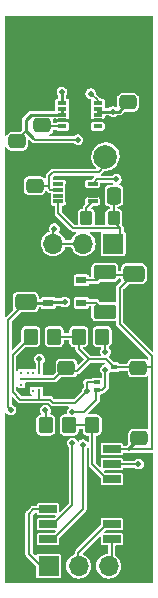
<source format=gbr>
%TF.GenerationSoftware,KiCad,Pcbnew,(6.0.2)*%
%TF.CreationDate,2022-03-28T11:20:26-04:00*%
%TF.ProjectId,Altimeter,416c7469-6d65-4746-9572-2e6b69636164,rev?*%
%TF.SameCoordinates,Original*%
%TF.FileFunction,Copper,L2,Bot*%
%TF.FilePolarity,Positive*%
%FSLAX46Y46*%
G04 Gerber Fmt 4.6, Leading zero omitted, Abs format (unit mm)*
G04 Created by KiCad (PCBNEW (6.0.2)) date 2022-03-28 11:20:26*
%MOMM*%
%LPD*%
G01*
G04 APERTURE LIST*
G04 Aperture macros list*
%AMRoundRect*
0 Rectangle with rounded corners*
0 $1 Rounding radius*
0 $2 $3 $4 $5 $6 $7 $8 $9 X,Y pos of 4 corners*
0 Add a 4 corners polygon primitive as box body*
4,1,4,$2,$3,$4,$5,$6,$7,$8,$9,$2,$3,0*
0 Add four circle primitives for the rounded corners*
1,1,$1+$1,$2,$3*
1,1,$1+$1,$4,$5*
1,1,$1+$1,$6,$7*
1,1,$1+$1,$8,$9*
0 Add four rect primitives between the rounded corners*
20,1,$1+$1,$2,$3,$4,$5,0*
20,1,$1+$1,$4,$5,$6,$7,0*
20,1,$1+$1,$6,$7,$8,$9,0*
20,1,$1+$1,$8,$9,$2,$3,0*%
G04 Aperture macros list end*
%TA.AperFunction,SMDPad,CuDef*%
%ADD10RoundRect,0.250000X0.337500X0.475000X-0.337500X0.475000X-0.337500X-0.475000X0.337500X-0.475000X0*%
%TD*%
%TA.AperFunction,SMDPad,CuDef*%
%ADD11RoundRect,0.250000X0.275000X0.350000X-0.275000X0.350000X-0.275000X-0.350000X0.275000X-0.350000X0*%
%TD*%
%TA.AperFunction,SMDPad,CuDef*%
%ADD12R,0.850000X0.300000*%
%TD*%
%TA.AperFunction,SMDPad,CuDef*%
%ADD13R,1.700000X1.600000*%
%TD*%
%TA.AperFunction,ComponentPad*%
%ADD14C,1.850000*%
%TD*%
%TA.AperFunction,ComponentPad*%
%ADD15R,1.700000X1.700000*%
%TD*%
%TA.AperFunction,ComponentPad*%
%ADD16O,1.700000X1.700000*%
%TD*%
%TA.AperFunction,ComponentPad*%
%ADD17C,2.000000*%
%TD*%
%TA.AperFunction,SMDPad,CuDef*%
%ADD18R,0.800000X0.300000*%
%TD*%
%TA.AperFunction,SMDPad,CuDef*%
%ADD19R,1.750000X2.450000*%
%TD*%
%TA.AperFunction,SMDPad,CuDef*%
%ADD20RoundRect,0.250000X-0.475000X0.337500X-0.475000X-0.337500X0.475000X-0.337500X0.475000X0.337500X0*%
%TD*%
%TA.AperFunction,SMDPad,CuDef*%
%ADD21R,0.275000X0.250000*%
%TD*%
%TA.AperFunction,SMDPad,CuDef*%
%ADD22R,0.250000X0.275000*%
%TD*%
%TA.AperFunction,SMDPad,CuDef*%
%ADD23RoundRect,0.250000X-0.650000X0.412500X-0.650000X-0.412500X0.650000X-0.412500X0.650000X0.412500X0*%
%TD*%
%TA.AperFunction,SMDPad,CuDef*%
%ADD24RoundRect,0.250000X0.475000X-0.337500X0.475000X0.337500X-0.475000X0.337500X-0.475000X-0.337500X0*%
%TD*%
%TA.AperFunction,SMDPad,CuDef*%
%ADD25RoundRect,0.250000X-0.350000X-0.450000X0.350000X-0.450000X0.350000X0.450000X-0.350000X0.450000X0*%
%TD*%
%TA.AperFunction,SMDPad,CuDef*%
%ADD26RoundRect,0.250000X0.650000X-0.412500X0.650000X0.412500X-0.650000X0.412500X-0.650000X-0.412500X0*%
%TD*%
%TA.AperFunction,SMDPad,CuDef*%
%ADD27RoundRect,0.250000X0.700000X-0.362500X0.700000X0.362500X-0.700000X0.362500X-0.700000X-0.362500X0*%
%TD*%
%TA.AperFunction,SMDPad,CuDef*%
%ADD28R,0.500000X0.400000*%
%TD*%
%TA.AperFunction,SMDPad,CuDef*%
%ADD29R,1.500000X0.650000*%
%TD*%
%TA.AperFunction,SMDPad,CuDef*%
%ADD30RoundRect,0.250000X0.350000X0.450000X-0.350000X0.450000X-0.350000X-0.450000X0.350000X-0.450000X0*%
%TD*%
%TA.AperFunction,SMDPad,CuDef*%
%ADD31R,0.900000X0.600000*%
%TD*%
%TA.AperFunction,ViaPad*%
%ADD32C,0.460000*%
%TD*%
%TA.AperFunction,Conductor*%
%ADD33C,0.200000*%
%TD*%
%TA.AperFunction,Conductor*%
%ADD34C,0.250000*%
%TD*%
G04 APERTURE END LIST*
D10*
%TO.P,C1,1*%
%TO.N,Earth*%
X43938100Y-40640000D03*
%TO.P,C1,2*%
%TO.N,/BAT*%
X41863100Y-40640000D03*
%TD*%
D11*
%TO.P,L2,2,2*%
%TO.N,Net-(IC1-Pad4)*%
X39540800Y-42545000D03*
%TO.P,L2,1,1*%
%TO.N,/BAT*%
X41840800Y-42545000D03*
%TD*%
D12*
%TO.P,IC1,1,EN*%
%TO.N,/BUZZER*%
X40058000Y-39636000D03*
%TO.P,IC1,2,AGND*%
%TO.N,Earth*%
X40058000Y-40136000D03*
%TO.P,IC1,3,PGND*%
X40058000Y-40636000D03*
%TO.P,IC1,4,SW*%
%TO.N,Net-(IC1-Pad4)*%
X40058000Y-41136000D03*
%TO.P,IC1,5,VIN*%
%TO.N,/BAT*%
X37158000Y-41136000D03*
%TO.P,IC1,6,NC_1*%
%TO.N,unconnected-(IC1-Pad6)*%
X37158000Y-40636000D03*
%TO.P,IC1,7,VOUT*%
%TO.N,Net-(C2-Pad1)*%
X37158000Y-40136000D03*
%TO.P,IC1,8,NC_2*%
%TO.N,unconnected-(IC1-Pad8)*%
X37158000Y-39636000D03*
D13*
%TO.P,IC1,9,GND*%
%TO.N,Earth*%
X38608000Y-40386000D03*
%TD*%
D14*
%TO.P,J1,MH1,MH1*%
%TO.N,Earth*%
X43900000Y-26800000D03*
%TO.P,J1,MH2,MH2*%
X36750000Y-26800000D03*
%TD*%
D15*
%TO.P,J2,1,Pin_1*%
%TO.N,/BAT*%
X41800000Y-44700000D03*
D16*
%TO.P,J2,2,Pin_2*%
X39260000Y-44700000D03*
%TO.P,J2,3,Pin_3*%
X36720000Y-44700000D03*
%TO.P,J2,4,Pin_4*%
%TO.N,Earth*%
X34180000Y-44700000D03*
%TD*%
D15*
%TO.P,J3,1,Pin_1*%
%TO.N,/PROG*%
X36337000Y-72009000D03*
D16*
%TO.P,J3,2,Pin_2*%
%TO.N,/RX*%
X38877000Y-72009000D03*
%TO.P,J3,3,Pin_3*%
%TO.N,/TX*%
X41417000Y-72009000D03*
%TD*%
D17*
%TO.P,LS1,1,+*%
%TO.N,Net-(C2-Pad1)*%
X41148000Y-37338000D03*
%TO.P,LS1,2,-*%
%TO.N,Earth*%
X36148000Y-37338000D03*
%TD*%
D18*
%TO.P,IC4,1,STAT1*%
%TO.N,Net-(IC4-Pad1)*%
X40489000Y-32782000D03*
%TO.P,IC4,2,VSET*%
%TO.N,/5V*%
X40489000Y-33282000D03*
%TO.P,IC4,3,VDD1*%
X40489000Y-33782000D03*
%TO.P,IC4,4,VSS1*%
%TO.N,Earth*%
X40489000Y-34282000D03*
%TO.P,IC4,5,PROG*%
%TO.N,unconnected-(IC4-Pad5)*%
X40489000Y-34782000D03*
%TO.P,IC4,6,TIMER*%
%TO.N,Net-(C8-Pad1)*%
X37489000Y-34782000D03*
%TO.P,IC4,7,VSS2*%
%TO.N,Earth*%
X37489000Y-34282000D03*
%TO.P,IC4,8,VBAT1*%
%TO.N,/BAT*%
X37489000Y-33782000D03*
%TO.P,IC4,9,VBAT2*%
X37489000Y-33282000D03*
%TO.P,IC4,10,EN*%
%TO.N,/5V*%
X37489000Y-32782000D03*
D19*
%TO.P,IC4,11,EP*%
%TO.N,Earth*%
X38989000Y-33782000D03*
%TD*%
D20*
%TO.P,C4,1*%
%TO.N,/1.8V*%
X37846000Y-55223500D03*
%TO.P,C4,2*%
%TO.N,Earth*%
X37846000Y-57298500D03*
%TD*%
%TO.P,C5,1*%
%TO.N,/5V*%
X43053000Y-32744500D03*
%TO.P,C5,2*%
%TO.N,Earth*%
X43053000Y-34819500D03*
%TD*%
D21*
%TO.P,IC3,1,SCK_SCL*%
%TO.N,/SCL*%
X35560000Y-55638000D03*
%TO.P,IC3,2,CSN*%
%TO.N,/1.8V*%
X35560000Y-56138000D03*
%TO.P,IC3,3,DOUT_A6*%
%TO.N,Earth*%
X35560000Y-56638000D03*
%TO.P,IC3,4,DIN_SDA*%
%TO.N,/SDA*%
X35560000Y-57138000D03*
D22*
%TO.P,IC3,5,NC_1*%
%TO.N,unconnected-(IC3-Pad5)*%
X35048000Y-57151000D03*
%TO.P,IC3,6,GND*%
%TO.N,Earth*%
X34548000Y-57151000D03*
D21*
%TO.P,IC3,7,VPP*%
X34035000Y-57138000D03*
%TO.P,IC3,8,NC_2*%
%TO.N,unconnected-(IC3-Pad8)*%
X34035000Y-56638000D03*
%TO.P,IC3,9,VDD*%
%TO.N,/1.8V*%
X34035000Y-56138000D03*
%TO.P,IC3,10,NC_3*%
%TO.N,unconnected-(IC3-Pad10)*%
X34035000Y-55638000D03*
D22*
%TO.P,IC3,11,INTN_2*%
%TO.N,unconnected-(IC3-Pad11)*%
X34548000Y-55626000D03*
%TO.P,IC3,12,INTN_1*%
%TO.N,unconnected-(IC3-Pad12)*%
X35048000Y-55626000D03*
%TD*%
D23*
%TO.P,C10,1*%
%TO.N,/1.8V*%
X43561000Y-47237500D03*
%TO.P,C10,2*%
%TO.N,Earth*%
X43561000Y-50362500D03*
%TD*%
D24*
%TO.P,C11,1*%
%TO.N,/1.8V*%
X44000000Y-61175000D03*
%TO.P,C11,2*%
%TO.N,Earth*%
X44000000Y-59100000D03*
%TD*%
D20*
%TO.P,C2,1*%
%TO.N,Net-(C2-Pad1)*%
X35153600Y-39805700D03*
%TO.P,C2,2*%
%TO.N,Earth*%
X35153600Y-41880700D03*
%TD*%
D25*
%TO.P,R1,1*%
%TO.N,/BAT*%
X36084000Y-60071000D03*
%TO.P,R1,2*%
%TO.N,/BAT_DIV*%
X38084000Y-60071000D03*
%TD*%
D26*
%TO.P,C7,1*%
%TO.N,/BAT*%
X34400000Y-49662500D03*
%TO.P,C7,2*%
%TO.N,Earth*%
X34400000Y-46537500D03*
%TD*%
D27*
%TO.P,L1,1,1*%
%TO.N,Net-(IC5-Pad5)*%
X41100000Y-50462500D03*
%TO.P,L1,2,2*%
%TO.N,/1.8V*%
X41100000Y-47137500D03*
%TD*%
D28*
%TO.P,U1,1,GND_1*%
%TO.N,Earth*%
X40398000Y-55159000D03*
%TO.P,U1,2,RESV_1*%
X40398000Y-55809000D03*
%TO.P,U1,3,SDA*%
%TO.N,/SDA*%
X40398000Y-56459000D03*
%TO.P,U1,4,SCL*%
%TO.N,/SCL*%
X40398000Y-57109000D03*
%TO.P,U1,5,RESV_2*%
%TO.N,Earth*%
X41898000Y-57109000D03*
%TO.P,U1,6,RESV_3*%
X41898000Y-56459000D03*
%TO.P,U1,7,GND_2*%
X41898000Y-55809000D03*
%TO.P,U1,8,VDD*%
%TO.N,/1.8V*%
X41898000Y-55159000D03*
%TD*%
D25*
%TO.P,R2,1*%
%TO.N,/BAT_DIV*%
X40021000Y-60071000D03*
%TO.P,R2,2*%
%TO.N,Earth*%
X42021000Y-60071000D03*
%TD*%
D20*
%TO.P,C6,1*%
%TO.N,/1.8V*%
X43942000Y-55223500D03*
%TO.P,C6,2*%
%TO.N,Earth*%
X43942000Y-57298500D03*
%TD*%
D29*
%TO.P,IC2,1,VDD*%
%TO.N,/1.8V*%
X41689000Y-62103000D03*
%TO.P,IC2,2,PA4*%
%TO.N,/BUZZER*%
X41689000Y-63373000D03*
%TO.P,IC2,3,PA5*%
%TO.N,/BAT_DIV*%
X41689000Y-64643000D03*
%TO.P,IC2,4,PA6*%
%TO.N,Earth*%
X41689000Y-65913000D03*
%TO.P,IC2,5,PA7*%
X41689000Y-67183000D03*
%TO.P,IC2,6,PB3*%
%TO.N,/RX*%
X41689000Y-68453000D03*
%TO.P,IC2,7,PB2*%
%TO.N,/TX*%
X41689000Y-69723000D03*
%TO.P,IC2,8,PB1*%
%TO.N,/SDA*%
X36289000Y-69723000D03*
%TO.P,IC2,9,PB0*%
%TO.N,/SCL*%
X36289000Y-68453000D03*
%TO.P,IC2,10,PA0(~{RESET}/UPDI)*%
%TO.N,/PROG*%
X36289000Y-67183000D03*
%TO.P,IC2,11,PA1*%
%TO.N,Earth*%
X36289000Y-65913000D03*
%TO.P,IC2,12,PA2*%
X36289000Y-64643000D03*
%TO.P,IC2,13,PA3(EXTCLK)*%
X36289000Y-63373000D03*
%TO.P,IC2,14,GND*%
X36289000Y-62103000D03*
%TD*%
D24*
%TO.P,C8,1*%
%TO.N,Net-(C8-Pad1)*%
X35814000Y-34692500D03*
%TO.P,C8,2*%
%TO.N,Earth*%
X35814000Y-32617500D03*
%TD*%
D30*
%TO.P,R3,1*%
%TO.N,/SCL*%
X40878000Y-52578000D03*
%TO.P,R3,2*%
%TO.N,/1.8V*%
X38878000Y-52578000D03*
%TD*%
D31*
%TO.P,IC5,1,VIN*%
%TO.N,/BAT*%
X36319000Y-49718000D03*
%TO.P,IC5,2,GND*%
%TO.N,Earth*%
X36319000Y-48768000D03*
%TO.P,IC5,3,CE*%
X36319000Y-47818000D03*
%TO.P,IC5,4,VOUT*%
%TO.N,/1.8V*%
X39119000Y-47818000D03*
%TO.P,IC5,5,LX*%
%TO.N,Net-(IC5-Pad5)*%
X39119000Y-49718000D03*
%TD*%
D20*
%TO.P,C9,2*%
%TO.N,Earth*%
X33655000Y-38121500D03*
%TO.P,C9,1*%
%TO.N,/BAT*%
X33655000Y-36046500D03*
%TD*%
D25*
%TO.P,R4,1*%
%TO.N,/SDA*%
X34814000Y-52578000D03*
%TO.P,R4,2*%
%TO.N,/1.8V*%
X36814000Y-52578000D03*
%TD*%
D32*
%TO.N,Earth*%
X40970200Y-31724600D03*
X40462200Y-44069000D03*
X44577000Y-45897800D03*
X43027600Y-45974000D03*
X40690800Y-42265600D03*
X38074600Y-39243000D03*
X37693600Y-41706800D03*
X38557200Y-42722800D03*
%TO.N,/BUZZER*%
X42062400Y-39268400D03*
%TO.N,Earth*%
X35200000Y-29600000D03*
X36800000Y-31200000D03*
X37700000Y-30400000D03*
X39497000Y-55753000D03*
X36800000Y-54400000D03*
X44600000Y-51500000D03*
X42400000Y-52400000D03*
X41800000Y-34700000D03*
X43300000Y-51500000D03*
X42400000Y-30700000D03*
X41656000Y-58039000D03*
X36100000Y-28600000D03*
X41500000Y-49100000D03*
X43300000Y-49000000D03*
X38900000Y-54400000D03*
X37800000Y-53300000D03*
X44700000Y-49000000D03*
X40100000Y-48700000D03*
%TO.N,/BAT*%
X33147000Y-58801000D03*
X36068000Y-58801000D03*
X38800000Y-35900000D03*
X37719000Y-49657000D03*
X36830000Y-43434000D03*
%TO.N,/5V*%
X37465000Y-31877000D03*
X41783000Y-33528000D03*
%TO.N,/BUZZER*%
X43942000Y-63373000D03*
%TO.N,/SDA*%
X39624000Y-57150000D03*
X39243000Y-61722000D03*
%TO.N,/SCL*%
X41148000Y-53848000D03*
X38354000Y-61595000D03*
X35560000Y-54483000D03*
X41148000Y-55372000D03*
X38354000Y-58941500D03*
%TO.N,Net-(IC4-Pad1)*%
X39900000Y-32000000D03*
%TD*%
D33*
%TO.N,Net-(C2-Pad1)*%
X36351300Y-39805700D02*
X36372800Y-39827200D01*
X35153600Y-39805700D02*
X36351300Y-39805700D01*
X36372800Y-39827200D02*
X36372800Y-39878000D01*
%TO.N,/BAT*%
X41863100Y-42522700D02*
X41840800Y-42545000D01*
X41863100Y-40640000D02*
X41863100Y-42522700D01*
%TO.N,/BUZZER*%
X40425600Y-39268400D02*
X40058000Y-39636000D01*
X42062400Y-39268400D02*
X40425600Y-39268400D01*
%TO.N,/BAT*%
X42391400Y-44108600D02*
X41800000Y-44700000D01*
X42391400Y-43408600D02*
X42391400Y-44108600D01*
%TO.N,Net-(C2-Pad1)*%
X36368900Y-39881900D02*
X36372800Y-39878000D01*
X36372800Y-39878000D02*
X36372800Y-38989000D01*
X36372800Y-40024822D02*
X36372800Y-39878000D01*
X36703000Y-38658800D02*
X40563800Y-38658800D01*
X40563800Y-38658800D02*
X41148000Y-38074600D01*
X36372800Y-38989000D02*
X36703000Y-38658800D01*
X36483978Y-40136000D02*
X36372800Y-40024822D01*
X37158000Y-40136000D02*
X36483978Y-40136000D01*
X41148000Y-38074600D02*
X41148000Y-37338000D01*
%TO.N,/BAT*%
X41840800Y-42858000D02*
X41840800Y-42545000D01*
X42391400Y-43408600D02*
X41840800Y-42858000D01*
%TO.N,Net-(IC1-Pad4)*%
X39540800Y-41653200D02*
X40058000Y-41136000D01*
X39540800Y-42545000D02*
X39540800Y-41653200D01*
%TO.N,/BAT*%
X38430200Y-43408600D02*
X37158000Y-42136400D01*
X37158000Y-42136400D02*
X37158000Y-41136000D01*
X42391400Y-43408600D02*
X38430200Y-43408600D01*
X36830000Y-43470000D02*
X36720000Y-43580000D01*
X36720000Y-43580000D02*
X36720000Y-44700000D01*
X36830000Y-43434000D02*
X36830000Y-43470000D01*
%TO.N,Earth*%
X36319000Y-47818000D02*
X36319000Y-48768000D01*
%TO.N,/BAT*%
X36084000Y-58817000D02*
X36068000Y-58801000D01*
X36720000Y-44700000D02*
X39260000Y-44700000D01*
X33782000Y-36046500D02*
X33782000Y-35809493D01*
D34*
X36788458Y-33780480D02*
X34847027Y-33780480D01*
X41800000Y-44700000D02*
X41800000Y-44000000D01*
X34417000Y-35174493D02*
X35032435Y-35789928D01*
X34417000Y-34210507D02*
X34417000Y-35174493D01*
D33*
X35142507Y-35900000D02*
X35032435Y-35789928D01*
X36084000Y-60071000D02*
X36084000Y-58817000D01*
D34*
X36319000Y-49718000D02*
X35012500Y-49718000D01*
D33*
X32893000Y-51169500D02*
X34400000Y-49662500D01*
D34*
X34847027Y-33780480D02*
X34417000Y-34210507D01*
X37489000Y-33782000D02*
X36789978Y-33782000D01*
X37719000Y-49657000D02*
X36380000Y-49657000D01*
D33*
X33782000Y-35809493D02*
X34417000Y-35174493D01*
D34*
X36789978Y-33782000D02*
X36788458Y-33780480D01*
D33*
X32893000Y-58547000D02*
X32893000Y-51169500D01*
X38800000Y-35900000D02*
X35142507Y-35900000D01*
X33147000Y-58801000D02*
X32893000Y-58547000D01*
D34*
X37489000Y-33782000D02*
X37489000Y-33282000D01*
X36380000Y-49657000D02*
X36319000Y-49718000D01*
D33*
%TO.N,Net-(C2-Pad1)*%
X41493000Y-37683000D02*
X41148000Y-37338000D01*
%TO.N,/1.8V*%
X45085000Y-62103000D02*
X43097000Y-62103000D01*
D34*
X44000000Y-61200000D02*
X43097000Y-62103000D01*
D33*
X37486500Y-55477500D02*
X36830000Y-56134000D01*
X38878000Y-53610000D02*
X39751000Y-54483000D01*
X39751000Y-54483000D02*
X38756500Y-55477500D01*
X36830000Y-56134000D02*
X34039000Y-56134000D01*
X41021000Y-47359500D02*
X43461000Y-47359500D01*
X38878000Y-52578000D02*
X38878000Y-53610000D01*
X41898000Y-55159000D02*
X43877500Y-55159000D01*
X34039000Y-56134000D02*
X34035000Y-56138000D01*
X44047500Y-55118000D02*
X43942000Y-55223500D01*
X39119000Y-47818000D02*
X40419500Y-47818000D01*
X45085000Y-55118000D02*
X45085000Y-62103000D01*
X43097000Y-62103000D02*
X41689000Y-62103000D01*
X39751000Y-54483000D02*
X41222000Y-54483000D01*
X45085000Y-54229000D02*
X42361480Y-51505480D01*
X42361480Y-48437020D02*
X43561000Y-47237500D01*
X43369500Y-55159000D02*
X43434000Y-55223500D01*
X40419500Y-47818000D02*
X41100000Y-47137500D01*
X38756500Y-55477500D02*
X37486500Y-55477500D01*
X45085000Y-54229000D02*
X45085000Y-55118000D01*
D34*
X44000000Y-61175000D02*
X44000000Y-61200000D01*
D33*
X42361480Y-51505480D02*
X42361480Y-48437020D01*
X41222000Y-54483000D02*
X41898000Y-55159000D01*
X43461000Y-47359500D02*
X43561000Y-47459500D01*
X36814000Y-52578000D02*
X38878000Y-52578000D01*
X43877500Y-55159000D02*
X43942000Y-55223500D01*
X45085000Y-55118000D02*
X44047500Y-55118000D01*
D34*
%TO.N,/5V*%
X37489000Y-31901000D02*
X37465000Y-31877000D01*
X42269500Y-33528000D02*
X43053000Y-32744500D01*
X40489000Y-33504000D02*
X40489000Y-33282000D01*
X40489000Y-33782000D02*
X40489000Y-33504000D01*
X41783000Y-33528000D02*
X42269500Y-33528000D01*
X37489000Y-32782000D02*
X37489000Y-31901000D01*
X41783000Y-33528000D02*
X40513000Y-33528000D01*
X40513000Y-33528000D02*
X40489000Y-33504000D01*
D33*
%TO.N,Net-(C8-Pad1)*%
X37489000Y-34782000D02*
X35649500Y-34782000D01*
X35649500Y-34782000D02*
X35560000Y-34692500D01*
%TO.N,/BUZZER*%
X41689000Y-63373000D02*
X43942000Y-63373000D01*
%TO.N,/BAT_DIV*%
X40021000Y-60071000D02*
X40021000Y-63400000D01*
X40021000Y-63400000D02*
X41264000Y-64643000D01*
X38084000Y-60071000D02*
X40021000Y-60071000D01*
X41264000Y-64643000D02*
X41689000Y-64643000D01*
%TO.N,/RX*%
X38830000Y-72009000D02*
X38830000Y-70887000D01*
X38830000Y-70887000D02*
X41264000Y-68453000D01*
X41264000Y-68453000D02*
X41689000Y-68453000D01*
%TO.N,/TX*%
X41689000Y-71150000D02*
X41689000Y-69723000D01*
X40830000Y-72009000D02*
X41689000Y-71150000D01*
%TO.N,/SDA*%
X33947478Y-57912000D02*
X33292520Y-57257042D01*
X35616011Y-57912000D02*
X36449000Y-57912000D01*
X35560000Y-57855989D02*
X35560000Y-57138000D01*
X36289000Y-69723000D02*
X36714000Y-69723000D01*
X39624000Y-56530000D02*
X39553000Y-56459000D01*
X35616011Y-57912000D02*
X33947478Y-57912000D01*
X36449000Y-57912000D02*
X36722520Y-58185520D01*
X33292520Y-54099480D02*
X34814000Y-52578000D01*
X36722520Y-58185520D02*
X38588480Y-58185520D01*
X39624000Y-57150000D02*
X39624000Y-56530000D01*
X39243000Y-67194000D02*
X39243000Y-61722000D01*
X40398000Y-56459000D02*
X39553000Y-56459000D01*
X33292520Y-57257042D02*
X33292520Y-54099480D01*
X36714000Y-69723000D02*
X39243000Y-67194000D01*
X38588480Y-58185520D02*
X39624000Y-57150000D01*
X35616011Y-57912000D02*
X35560000Y-57855989D01*
%TO.N,/SCL*%
X38354000Y-61595000D02*
X38354000Y-66813000D01*
X38354000Y-58941500D02*
X39356500Y-58941500D01*
X40848000Y-57109000D02*
X41148000Y-56809000D01*
X39356500Y-58941500D02*
X40386000Y-57912000D01*
X40386000Y-57912000D02*
X40386000Y-57121000D01*
X40386000Y-57121000D02*
X40398000Y-57109000D01*
X36714000Y-68453000D02*
X36289000Y-68453000D01*
X41148000Y-52848000D02*
X40878000Y-52578000D01*
X40398000Y-57109000D02*
X40848000Y-57109000D01*
X38354000Y-66813000D02*
X36714000Y-68453000D01*
X41148000Y-56809000D02*
X41148000Y-55372000D01*
X35560000Y-54483000D02*
X35560000Y-55638000D01*
X41148000Y-53848000D02*
X41148000Y-52848000D01*
%TO.N,/PROG*%
X35687000Y-72009000D02*
X34671000Y-70993000D01*
X34671000Y-70993000D02*
X34671000Y-67564000D01*
X36830000Y-72009000D02*
X35687000Y-72009000D01*
X34671000Y-67564000D02*
X35052000Y-67183000D01*
X35052000Y-67183000D02*
X36289000Y-67183000D01*
%TO.N,Net-(IC4-Pad1)*%
X40489000Y-32782000D02*
X40489000Y-32589000D01*
X40489000Y-32589000D02*
X39900000Y-32000000D01*
%TO.N,Net-(IC5-Pad5)*%
X39119000Y-49718000D02*
X40355500Y-49718000D01*
X40355500Y-49718000D02*
X41100000Y-50462500D01*
%TD*%
%TA.AperFunction,Conductor*%
%TO.N,Earth*%
G36*
X42998194Y-55477806D02*
G01*
X43016500Y-55522000D01*
X43016500Y-55614834D01*
X43019481Y-55646369D01*
X43029675Y-55675398D01*
X43062749Y-55769578D01*
X43064366Y-55774184D01*
X43144850Y-55883150D01*
X43253816Y-55963634D01*
X43258224Y-55965182D01*
X43258226Y-55965183D01*
X43327824Y-55989623D01*
X43381631Y-56008519D01*
X43398058Y-56010072D01*
X43411702Y-56011362D01*
X43411710Y-56011362D01*
X43413166Y-56011500D01*
X44470834Y-56011500D01*
X44472290Y-56011362D01*
X44472298Y-56011362D01*
X44485942Y-56010072D01*
X44502369Y-56008519D01*
X44556176Y-55989623D01*
X44625774Y-55965183D01*
X44625776Y-55965182D01*
X44630184Y-55963634D01*
X44634352Y-55960556D01*
X44684867Y-55923244D01*
X44731292Y-55911712D01*
X44772273Y-55936384D01*
X44784500Y-55973517D01*
X44784500Y-60382837D01*
X44766194Y-60427031D01*
X44722000Y-60445337D01*
X44692752Y-60438071D01*
X44691944Y-60437643D01*
X44688184Y-60434866D01*
X44560369Y-60389981D01*
X44543942Y-60388428D01*
X44530298Y-60387138D01*
X44530290Y-60387138D01*
X44528834Y-60387000D01*
X43471166Y-60387000D01*
X43469710Y-60387138D01*
X43469702Y-60387138D01*
X43456058Y-60388428D01*
X43439631Y-60389981D01*
X43385824Y-60408877D01*
X43316226Y-60433317D01*
X43316224Y-60433318D01*
X43311816Y-60434866D01*
X43202850Y-60515350D01*
X43122366Y-60624316D01*
X43077481Y-60752131D01*
X43074500Y-60783666D01*
X43074500Y-61566334D01*
X43074638Y-61567790D01*
X43074638Y-61567798D01*
X43075612Y-61578099D01*
X43077481Y-61597869D01*
X43078742Y-61601460D01*
X43078743Y-61601464D01*
X43081170Y-61608375D01*
X43078542Y-61656139D01*
X43066395Y-61673279D01*
X42955480Y-61784194D01*
X42911286Y-61802500D01*
X42699594Y-61802500D01*
X42655400Y-61784194D01*
X42638295Y-61752193D01*
X42629068Y-61705806D01*
X42629068Y-61705805D01*
X42627867Y-61699769D01*
X42583552Y-61633448D01*
X42566680Y-61622174D01*
X42522347Y-61592551D01*
X42522345Y-61592550D01*
X42517231Y-61589133D01*
X42511197Y-61587933D01*
X42511195Y-61587932D01*
X42461761Y-61578099D01*
X42461758Y-61578099D01*
X42458748Y-61577500D01*
X40919252Y-61577500D01*
X40916242Y-61578099D01*
X40916239Y-61578099D01*
X40866805Y-61587932D01*
X40866803Y-61587933D01*
X40860769Y-61589133D01*
X40855655Y-61592550D01*
X40855653Y-61592551D01*
X40811320Y-61622174D01*
X40794448Y-61633448D01*
X40750133Y-61699769D01*
X40748933Y-61705803D01*
X40748932Y-61705805D01*
X40743499Y-61733120D01*
X40738500Y-61758252D01*
X40738500Y-62447748D01*
X40750133Y-62506231D01*
X40794448Y-62572552D01*
X40799562Y-62575969D01*
X40855653Y-62613449D01*
X40855655Y-62613450D01*
X40860769Y-62616867D01*
X40866803Y-62618067D01*
X40866805Y-62618068D01*
X40916239Y-62627901D01*
X40916242Y-62627901D01*
X40919252Y-62628500D01*
X42458748Y-62628500D01*
X42461758Y-62627901D01*
X42461761Y-62627901D01*
X42511195Y-62618068D01*
X42511197Y-62618067D01*
X42517231Y-62616867D01*
X42522345Y-62613450D01*
X42522347Y-62613449D01*
X42578438Y-62575969D01*
X42583552Y-62572552D01*
X42627867Y-62506231D01*
X42638295Y-62453807D01*
X42664871Y-62414033D01*
X42699594Y-62403500D01*
X42957369Y-62403500D01*
X42983782Y-62409356D01*
X43006497Y-62419948D01*
X43006499Y-62419949D01*
X43011454Y-62422259D01*
X43125807Y-62432264D01*
X43219174Y-62407246D01*
X43225205Y-62405630D01*
X43241381Y-62403500D01*
X45033364Y-62403500D01*
X45045830Y-62405269D01*
X45049626Y-62405641D01*
X45055168Y-62407246D01*
X45095730Y-62403733D01*
X45101124Y-62403500D01*
X45112948Y-62403500D01*
X45118648Y-62402438D01*
X45122570Y-62401708D01*
X45128616Y-62400885D01*
X45134925Y-62400338D01*
X45144106Y-62399543D01*
X45189714Y-62413966D01*
X45211767Y-62456415D01*
X45212000Y-62461810D01*
X45212000Y-73343500D01*
X45193694Y-73387694D01*
X45149500Y-73406000D01*
X32701500Y-73406000D01*
X32657306Y-73387694D01*
X32639000Y-73343500D01*
X32639000Y-60574834D01*
X35283500Y-60574834D01*
X35286481Y-60606369D01*
X35331366Y-60734184D01*
X35411850Y-60843150D01*
X35520816Y-60923634D01*
X35525224Y-60925182D01*
X35525226Y-60925183D01*
X35594824Y-60949623D01*
X35648631Y-60968519D01*
X35665058Y-60970072D01*
X35678702Y-60971362D01*
X35678710Y-60971362D01*
X35680166Y-60971500D01*
X36487834Y-60971500D01*
X36489290Y-60971362D01*
X36489298Y-60971362D01*
X36502942Y-60970072D01*
X36519369Y-60968519D01*
X36573176Y-60949623D01*
X36642774Y-60925183D01*
X36642776Y-60925182D01*
X36647184Y-60923634D01*
X36756150Y-60843150D01*
X36836634Y-60734184D01*
X36881519Y-60606369D01*
X36884500Y-60574834D01*
X36884500Y-59567166D01*
X36881519Y-59535631D01*
X36836634Y-59407816D01*
X36756150Y-59298850D01*
X36647184Y-59218366D01*
X36642776Y-59216818D01*
X36642774Y-59216817D01*
X36570743Y-59191522D01*
X36519369Y-59173481D01*
X36502942Y-59171928D01*
X36489298Y-59170638D01*
X36489290Y-59170638D01*
X36487834Y-59170500D01*
X36482109Y-59170500D01*
X36437915Y-59152194D01*
X36419609Y-59108000D01*
X36435771Y-59066059D01*
X36442335Y-59058807D01*
X36445322Y-59055507D01*
X36501588Y-58939375D01*
X36522997Y-58812120D01*
X36523133Y-58801000D01*
X36504839Y-58673259D01*
X36470861Y-58598528D01*
X36453272Y-58559843D01*
X36453271Y-58559841D01*
X36451428Y-58555788D01*
X36367193Y-58458028D01*
X36258906Y-58387841D01*
X36254641Y-58386566D01*
X36254638Y-58386564D01*
X36139541Y-58352142D01*
X36139538Y-58352142D01*
X36135273Y-58350866D01*
X36071721Y-58350478D01*
X36010684Y-58350105D01*
X36010683Y-58350105D01*
X36006231Y-58350078D01*
X35882155Y-58385539D01*
X35773019Y-58454399D01*
X35770076Y-58457731D01*
X35770074Y-58457733D01*
X35690543Y-58547785D01*
X35687596Y-58551122D01*
X35632754Y-58667932D01*
X35612901Y-58795440D01*
X35629633Y-58923394D01*
X35631426Y-58927469D01*
X35679401Y-59036500D01*
X35681605Y-59041510D01*
X35684469Y-59044917D01*
X35705263Y-59069655D01*
X35719687Y-59115264D01*
X35697636Y-59157714D01*
X35663303Y-59172094D01*
X35661815Y-59172235D01*
X35648631Y-59173481D01*
X35597257Y-59191522D01*
X35525226Y-59216817D01*
X35525224Y-59216818D01*
X35520816Y-59218366D01*
X35411850Y-59298850D01*
X35331366Y-59407816D01*
X35286481Y-59535631D01*
X35283500Y-59567166D01*
X35283500Y-60574834D01*
X32639000Y-60574834D01*
X32639000Y-59062368D01*
X32657306Y-59018174D01*
X32701500Y-58999868D01*
X32745694Y-59018174D01*
X32756336Y-59033732D01*
X32756459Y-59033655D01*
X32758230Y-59036500D01*
X32758708Y-59037199D01*
X32760605Y-59041510D01*
X32843639Y-59140291D01*
X32847344Y-59142757D01*
X32847346Y-59142759D01*
X32889229Y-59170638D01*
X32951060Y-59211796D01*
X33074233Y-59250278D01*
X33078683Y-59250360D01*
X33078686Y-59250360D01*
X33198809Y-59252562D01*
X33198812Y-59252562D01*
X33203255Y-59252643D01*
X33207546Y-59251473D01*
X33207547Y-59251473D01*
X33270180Y-59234397D01*
X33327755Y-59218700D01*
X33437724Y-59151179D01*
X33524322Y-59055507D01*
X33580588Y-58939375D01*
X33601997Y-58812120D01*
X33602133Y-58801000D01*
X33583839Y-58673259D01*
X33549861Y-58598528D01*
X33532272Y-58559843D01*
X33532271Y-58559841D01*
X33530428Y-58555788D01*
X33446193Y-58458028D01*
X33337906Y-58387841D01*
X33238089Y-58357989D01*
X33200996Y-58327789D01*
X33193500Y-58298111D01*
X33193500Y-57733881D01*
X33211806Y-57689687D01*
X33256000Y-57671381D01*
X33300194Y-57689687D01*
X33696062Y-58085555D01*
X33700054Y-58090180D01*
X33702053Y-58094269D01*
X33706283Y-58098193D01*
X33738825Y-58128380D01*
X33740514Y-58130007D01*
X33754754Y-58144247D01*
X33757129Y-58145876D01*
X33759347Y-58147719D01*
X33759288Y-58147790D01*
X33762635Y-58150466D01*
X33784124Y-58170401D01*
X33798589Y-58176172D01*
X33810781Y-58182682D01*
X33818865Y-58188228D01*
X33818868Y-58188229D01*
X33823624Y-58191492D01*
X33848305Y-58197349D01*
X33852148Y-58198261D01*
X33860865Y-58201017D01*
X33888100Y-58211883D01*
X33892491Y-58212314D01*
X33892493Y-58212314D01*
X33892633Y-58212327D01*
X33894393Y-58212500D01*
X33904835Y-58212500D01*
X33919266Y-58214189D01*
X33932544Y-58217340D01*
X33963913Y-58213071D01*
X33972340Y-58212500D01*
X35573368Y-58212500D01*
X35587798Y-58214189D01*
X35601077Y-58217340D01*
X35632446Y-58213071D01*
X35640873Y-58212500D01*
X36298641Y-58212500D01*
X36342835Y-58230806D01*
X36471104Y-58359075D01*
X36475096Y-58363700D01*
X36477095Y-58367789D01*
X36481325Y-58371713D01*
X36513867Y-58401900D01*
X36515556Y-58403527D01*
X36529797Y-58417768D01*
X36532168Y-58419395D01*
X36534387Y-58421239D01*
X36534328Y-58421309D01*
X36537676Y-58423986D01*
X36559166Y-58443921D01*
X36564524Y-58446059D01*
X36564526Y-58446060D01*
X36573628Y-58449691D01*
X36585818Y-58456199D01*
X36598666Y-58465013D01*
X36622753Y-58470729D01*
X36627190Y-58471782D01*
X36635919Y-58474542D01*
X36663142Y-58485403D01*
X36669435Y-58486020D01*
X36679877Y-58486020D01*
X36694307Y-58487709D01*
X36707586Y-58490860D01*
X36738955Y-58486591D01*
X36747382Y-58486020D01*
X38018055Y-58486020D01*
X38062249Y-58504326D01*
X38080555Y-58548520D01*
X38062249Y-58592714D01*
X38061746Y-58593179D01*
X38059019Y-58594899D01*
X37973596Y-58691622D01*
X37918754Y-58808432D01*
X37898901Y-58935940D01*
X37915633Y-59063894D01*
X37917426Y-59067970D01*
X37917427Y-59067972D01*
X37923964Y-59082829D01*
X37925007Y-59130653D01*
X37891928Y-59165207D01*
X37866757Y-59170500D01*
X37680166Y-59170500D01*
X37678710Y-59170638D01*
X37678702Y-59170638D01*
X37665058Y-59171928D01*
X37648631Y-59173481D01*
X37597257Y-59191522D01*
X37525226Y-59216817D01*
X37525224Y-59216818D01*
X37520816Y-59218366D01*
X37411850Y-59298850D01*
X37331366Y-59407816D01*
X37286481Y-59535631D01*
X37283500Y-59567166D01*
X37283500Y-60574834D01*
X37286481Y-60606369D01*
X37331366Y-60734184D01*
X37411850Y-60843150D01*
X37520816Y-60923634D01*
X37525224Y-60925182D01*
X37525226Y-60925183D01*
X37594824Y-60949623D01*
X37648631Y-60968519D01*
X37665058Y-60970072D01*
X37678702Y-60971362D01*
X37678710Y-60971362D01*
X37680166Y-60971500D01*
X38487834Y-60971500D01*
X38489290Y-60971362D01*
X38489298Y-60971362D01*
X38502942Y-60970072D01*
X38519369Y-60968519D01*
X38573176Y-60949623D01*
X38642774Y-60925183D01*
X38642776Y-60925182D01*
X38647184Y-60923634D01*
X38756150Y-60843150D01*
X38836634Y-60734184D01*
X38881519Y-60606369D01*
X38884500Y-60574834D01*
X38884500Y-60434000D01*
X38902806Y-60389806D01*
X38947000Y-60371500D01*
X39158000Y-60371500D01*
X39202194Y-60389806D01*
X39220500Y-60434000D01*
X39220500Y-60574834D01*
X39223481Y-60606369D01*
X39268366Y-60734184D01*
X39348850Y-60843150D01*
X39457816Y-60923634D01*
X39462224Y-60925182D01*
X39462226Y-60925183D01*
X39531824Y-60949623D01*
X39585631Y-60968519D01*
X39602058Y-60970072D01*
X39615702Y-60971362D01*
X39615710Y-60971362D01*
X39617166Y-60971500D01*
X39658000Y-60971500D01*
X39702194Y-60989806D01*
X39720500Y-61034000D01*
X39720500Y-61417682D01*
X39702194Y-61461876D01*
X39658000Y-61480182D01*
X39610652Y-61458479D01*
X39545101Y-61382403D01*
X39542193Y-61379028D01*
X39433906Y-61308841D01*
X39429641Y-61307566D01*
X39429638Y-61307564D01*
X39314541Y-61273142D01*
X39314538Y-61273142D01*
X39310273Y-61271866D01*
X39246721Y-61271478D01*
X39185684Y-61271105D01*
X39185683Y-61271105D01*
X39181231Y-61271078D01*
X39057155Y-61306539D01*
X38948019Y-61375399D01*
X38945076Y-61378731D01*
X38945074Y-61378733D01*
X38880516Y-61451831D01*
X38837540Y-61472838D01*
X38792297Y-61457304D01*
X38776775Y-61436327D01*
X38739272Y-61353843D01*
X38739271Y-61353841D01*
X38737428Y-61349788D01*
X38653193Y-61252028D01*
X38544906Y-61181841D01*
X38540641Y-61180566D01*
X38540638Y-61180564D01*
X38425541Y-61146142D01*
X38425538Y-61146142D01*
X38421273Y-61144866D01*
X38357721Y-61144478D01*
X38296684Y-61144105D01*
X38296683Y-61144105D01*
X38292231Y-61144078D01*
X38168155Y-61179539D01*
X38059019Y-61248399D01*
X38056076Y-61251731D01*
X38056074Y-61251733D01*
X38007671Y-61306539D01*
X37973596Y-61345122D01*
X37918754Y-61461932D01*
X37898901Y-61589440D01*
X37915633Y-61717394D01*
X37917426Y-61721469D01*
X37945026Y-61784194D01*
X37967605Y-61835510D01*
X37970469Y-61838917D01*
X38038843Y-61920258D01*
X38053500Y-61960474D01*
X38053500Y-66662641D01*
X38035194Y-66706835D01*
X37346194Y-67395835D01*
X37302000Y-67414141D01*
X37257806Y-67395835D01*
X37239500Y-67351641D01*
X37239500Y-66838252D01*
X37231208Y-66796566D01*
X37229068Y-66785805D01*
X37229067Y-66785803D01*
X37227867Y-66779769D01*
X37183552Y-66713448D01*
X37146259Y-66688529D01*
X37122347Y-66672551D01*
X37122345Y-66672550D01*
X37117231Y-66669133D01*
X37111197Y-66667933D01*
X37111195Y-66667932D01*
X37061761Y-66658099D01*
X37061758Y-66658099D01*
X37058748Y-66657500D01*
X35519252Y-66657500D01*
X35516242Y-66658099D01*
X35516239Y-66658099D01*
X35466805Y-66667932D01*
X35466803Y-66667933D01*
X35460769Y-66669133D01*
X35455655Y-66672550D01*
X35455653Y-66672551D01*
X35431741Y-66688529D01*
X35394448Y-66713448D01*
X35350133Y-66779769D01*
X35348932Y-66785805D01*
X35348932Y-66785806D01*
X35339705Y-66832193D01*
X35313129Y-66871967D01*
X35278406Y-66882500D01*
X35107052Y-66882500D01*
X35100964Y-66882053D01*
X35096658Y-66880575D01*
X35047359Y-66882425D01*
X35046545Y-66882456D01*
X35044201Y-66882500D01*
X35024052Y-66882500D01*
X35021225Y-66883026D01*
X35018358Y-66883291D01*
X35018350Y-66883200D01*
X35014088Y-66883674D01*
X34990559Y-66884557D01*
X34990557Y-66884558D01*
X34984791Y-66884774D01*
X34979488Y-66887053D01*
X34979486Y-66887053D01*
X34970482Y-66890921D01*
X34957256Y-66894939D01*
X34947623Y-66896733D01*
X34947618Y-66896735D01*
X34941947Y-66897791D01*
X34916984Y-66913178D01*
X34908883Y-66917387D01*
X34881937Y-66928964D01*
X34877051Y-66932978D01*
X34869669Y-66940360D01*
X34858270Y-66949370D01*
X34857748Y-66949692D01*
X34846652Y-66956532D01*
X34831579Y-66976354D01*
X34827488Y-66981734D01*
X34821932Y-66988097D01*
X34497445Y-67312584D01*
X34492820Y-67316576D01*
X34488731Y-67318575D01*
X34484807Y-67322805D01*
X34454620Y-67355347D01*
X34452993Y-67357036D01*
X34438752Y-67371277D01*
X34437125Y-67373648D01*
X34435281Y-67375867D01*
X34435211Y-67375808D01*
X34432534Y-67379156D01*
X34412599Y-67400646D01*
X34407215Y-67414141D01*
X34406829Y-67415109D01*
X34400318Y-67427303D01*
X34394772Y-67435387D01*
X34394771Y-67435390D01*
X34391508Y-67440146D01*
X34390176Y-67445761D01*
X34384739Y-67468670D01*
X34381983Y-67477387D01*
X34371117Y-67504622D01*
X34370500Y-67510915D01*
X34370500Y-67521357D01*
X34368811Y-67535788D01*
X34365660Y-67549066D01*
X34366438Y-67554782D01*
X34369929Y-67580434D01*
X34370500Y-67588862D01*
X34370500Y-70937948D01*
X34370053Y-70944036D01*
X34368575Y-70948342D01*
X34370265Y-70993353D01*
X34370456Y-70998454D01*
X34370500Y-71000798D01*
X34370500Y-71020948D01*
X34371026Y-71023775D01*
X34371291Y-71026642D01*
X34371200Y-71026650D01*
X34371674Y-71030912D01*
X34371742Y-71032725D01*
X34372774Y-71060208D01*
X34375051Y-71065507D01*
X34378922Y-71074518D01*
X34382940Y-71087746D01*
X34384412Y-71095649D01*
X34385791Y-71103053D01*
X34401178Y-71128016D01*
X34405387Y-71136117D01*
X34416964Y-71163063D01*
X34420978Y-71167949D01*
X34428360Y-71175331D01*
X34437370Y-71186730D01*
X34444532Y-71198348D01*
X34449126Y-71201841D01*
X34469734Y-71217512D01*
X34476097Y-71223068D01*
X35268194Y-72015165D01*
X35286500Y-72059359D01*
X35286500Y-72878748D01*
X35287099Y-72881758D01*
X35287099Y-72881761D01*
X35290779Y-72900258D01*
X35298133Y-72937231D01*
X35342448Y-73003552D01*
X35347562Y-73006969D01*
X35403653Y-73044449D01*
X35403655Y-73044450D01*
X35408769Y-73047867D01*
X35414803Y-73049067D01*
X35414805Y-73049068D01*
X35464239Y-73058901D01*
X35464242Y-73058901D01*
X35467252Y-73059500D01*
X37206748Y-73059500D01*
X37209758Y-73058901D01*
X37209761Y-73058901D01*
X37259195Y-73049068D01*
X37259197Y-73049067D01*
X37265231Y-73047867D01*
X37270345Y-73044450D01*
X37270347Y-73044449D01*
X37326438Y-73006969D01*
X37331552Y-73003552D01*
X37375867Y-72937231D01*
X37383222Y-72900258D01*
X37386901Y-72881761D01*
X37386901Y-72881758D01*
X37387500Y-72878748D01*
X37387500Y-71994262D01*
X37821520Y-71994262D01*
X37838759Y-72199553D01*
X37895544Y-72397586D01*
X37989712Y-72580818D01*
X37991603Y-72583204D01*
X37991605Y-72583207D01*
X38020598Y-72619787D01*
X38117677Y-72742270D01*
X38274564Y-72875791D01*
X38454398Y-72976297D01*
X38457302Y-72977241D01*
X38457303Y-72977241D01*
X38647416Y-73039013D01*
X38647421Y-73039014D01*
X38650329Y-73039959D01*
X38653370Y-73040322D01*
X38653372Y-73040322D01*
X38722344Y-73048546D01*
X38854894Y-73064351D01*
X38857936Y-73064117D01*
X38857939Y-73064117D01*
X39057249Y-73048781D01*
X39057251Y-73048781D01*
X39060300Y-73048546D01*
X39258725Y-72993145D01*
X39261448Y-72991770D01*
X39261452Y-72991768D01*
X39439890Y-72901632D01*
X39442610Y-72900258D01*
X39445008Y-72898385D01*
X39445012Y-72898382D01*
X39530014Y-72831971D01*
X39604951Y-72773424D01*
X39633910Y-72739875D01*
X39657980Y-72711989D01*
X39739564Y-72617472D01*
X39841323Y-72438344D01*
X39906351Y-72242863D01*
X39911452Y-72202489D01*
X39931951Y-72040216D01*
X39931951Y-72040215D01*
X39932171Y-72038474D01*
X39932583Y-72009000D01*
X39932414Y-72007280D01*
X39932414Y-72007271D01*
X39912778Y-71807010D01*
X39912480Y-71803970D01*
X39852935Y-71606749D01*
X39756218Y-71424849D01*
X39626011Y-71265200D01*
X39467275Y-71133882D01*
X39286055Y-71035897D01*
X39283131Y-71034992D01*
X39283129Y-71034991D01*
X39267779Y-71030240D01*
X39247591Y-71023990D01*
X39210787Y-70993436D01*
X39206368Y-70945805D01*
X39221879Y-70920092D01*
X40631806Y-69510165D01*
X40676000Y-69491859D01*
X40720194Y-69510165D01*
X40738500Y-69554359D01*
X40738500Y-70067748D01*
X40750133Y-70126231D01*
X40794448Y-70192552D01*
X40799562Y-70195969D01*
X40855653Y-70233449D01*
X40855655Y-70233450D01*
X40860769Y-70236867D01*
X40866803Y-70238067D01*
X40866805Y-70238068D01*
X40916239Y-70247901D01*
X40916242Y-70247901D01*
X40919252Y-70248500D01*
X41326000Y-70248500D01*
X41370194Y-70266806D01*
X41388500Y-70311000D01*
X41388500Y-70899636D01*
X41370194Y-70943830D01*
X41331665Y-70961879D01*
X41275411Y-70966999D01*
X41219203Y-70972114D01*
X41216270Y-70972977D01*
X41216266Y-70972978D01*
X41129707Y-70998454D01*
X41021572Y-71030280D01*
X40839002Y-71125726D01*
X40678447Y-71254815D01*
X40546024Y-71412630D01*
X40446776Y-71593162D01*
X40384484Y-71789532D01*
X40384143Y-71792570D01*
X40384143Y-71792571D01*
X40382524Y-71807010D01*
X40361520Y-71994262D01*
X40378759Y-72199553D01*
X40435544Y-72397586D01*
X40529712Y-72580818D01*
X40531603Y-72583204D01*
X40531605Y-72583207D01*
X40560598Y-72619787D01*
X40657677Y-72742270D01*
X40814564Y-72875791D01*
X40994398Y-72976297D01*
X40997302Y-72977241D01*
X40997303Y-72977241D01*
X41187416Y-73039013D01*
X41187421Y-73039014D01*
X41190329Y-73039959D01*
X41193370Y-73040322D01*
X41193372Y-73040322D01*
X41262344Y-73048546D01*
X41394894Y-73064351D01*
X41397936Y-73064117D01*
X41397939Y-73064117D01*
X41597249Y-73048781D01*
X41597251Y-73048781D01*
X41600300Y-73048546D01*
X41798725Y-72993145D01*
X41801448Y-72991770D01*
X41801452Y-72991768D01*
X41979890Y-72901632D01*
X41982610Y-72900258D01*
X41985008Y-72898385D01*
X41985012Y-72898382D01*
X42070014Y-72831971D01*
X42144951Y-72773424D01*
X42173910Y-72739875D01*
X42197980Y-72711989D01*
X42279564Y-72617472D01*
X42381323Y-72438344D01*
X42446351Y-72242863D01*
X42451452Y-72202489D01*
X42471951Y-72040216D01*
X42471951Y-72040215D01*
X42472171Y-72038474D01*
X42472583Y-72009000D01*
X42472414Y-72007280D01*
X42472414Y-72007271D01*
X42452778Y-71807010D01*
X42452480Y-71803970D01*
X42392935Y-71606749D01*
X42296218Y-71424849D01*
X42166011Y-71265200D01*
X42012161Y-71137924D01*
X41989777Y-71095649D01*
X41989500Y-71089767D01*
X41989500Y-70311000D01*
X42007806Y-70266806D01*
X42052000Y-70248500D01*
X42458748Y-70248500D01*
X42461758Y-70247901D01*
X42461761Y-70247901D01*
X42511195Y-70238068D01*
X42511197Y-70238067D01*
X42517231Y-70236867D01*
X42522345Y-70233450D01*
X42522347Y-70233449D01*
X42578438Y-70195969D01*
X42583552Y-70192552D01*
X42627867Y-70126231D01*
X42639500Y-70067748D01*
X42639500Y-69378252D01*
X42627867Y-69319769D01*
X42583552Y-69253448D01*
X42566680Y-69242174D01*
X42522347Y-69212551D01*
X42522345Y-69212550D01*
X42517231Y-69209133D01*
X42511197Y-69207933D01*
X42511195Y-69207932D01*
X42461761Y-69198099D01*
X42461758Y-69198099D01*
X42458748Y-69197500D01*
X41095359Y-69197500D01*
X41051165Y-69179194D01*
X41032859Y-69135000D01*
X41051165Y-69090806D01*
X41145165Y-68996806D01*
X41189359Y-68978500D01*
X42458748Y-68978500D01*
X42461758Y-68977901D01*
X42461761Y-68977901D01*
X42511195Y-68968068D01*
X42511197Y-68968067D01*
X42517231Y-68966867D01*
X42522345Y-68963450D01*
X42522347Y-68963449D01*
X42578438Y-68925969D01*
X42583552Y-68922552D01*
X42627867Y-68856231D01*
X42639500Y-68797748D01*
X42639500Y-68108252D01*
X42627867Y-68049769D01*
X42583552Y-67983448D01*
X42566680Y-67972174D01*
X42522347Y-67942551D01*
X42522345Y-67942550D01*
X42517231Y-67939133D01*
X42511197Y-67937933D01*
X42511195Y-67937932D01*
X42461761Y-67928099D01*
X42461758Y-67928099D01*
X42458748Y-67927500D01*
X40919252Y-67927500D01*
X40916242Y-67928099D01*
X40916239Y-67928099D01*
X40866805Y-67937932D01*
X40866803Y-67937933D01*
X40860769Y-67939133D01*
X40855655Y-67942550D01*
X40855653Y-67942551D01*
X40811320Y-67972174D01*
X40794448Y-67983448D01*
X40750133Y-68049769D01*
X40738500Y-68108252D01*
X40738500Y-68527641D01*
X40720194Y-68571835D01*
X38656445Y-70635584D01*
X38651820Y-70639576D01*
X38647731Y-70641575D01*
X38643807Y-70645805D01*
X38613620Y-70678347D01*
X38611993Y-70680036D01*
X38597752Y-70694277D01*
X38596125Y-70696648D01*
X38594281Y-70698867D01*
X38594211Y-70698808D01*
X38591534Y-70702156D01*
X38571599Y-70723646D01*
X38565829Y-70738109D01*
X38559318Y-70750303D01*
X38553772Y-70758387D01*
X38553771Y-70758390D01*
X38550508Y-70763146D01*
X38549176Y-70768761D01*
X38543739Y-70791670D01*
X38540983Y-70800387D01*
X38530117Y-70827622D01*
X38529500Y-70833915D01*
X38529500Y-70844357D01*
X38527811Y-70858788D01*
X38524660Y-70872066D01*
X38525438Y-70877782D01*
X38528929Y-70903434D01*
X38529500Y-70911862D01*
X38529500Y-70969418D01*
X38511194Y-71013612D01*
X38487176Y-71027875D01*
X38487337Y-71028273D01*
X38484735Y-71029324D01*
X38484652Y-71029374D01*
X38481572Y-71030280D01*
X38299002Y-71125726D01*
X38138447Y-71254815D01*
X38006024Y-71412630D01*
X37906776Y-71593162D01*
X37844484Y-71789532D01*
X37844143Y-71792570D01*
X37844143Y-71792571D01*
X37842524Y-71807010D01*
X37821520Y-71994262D01*
X37387500Y-71994262D01*
X37387500Y-71139252D01*
X37386432Y-71133882D01*
X37377068Y-71086805D01*
X37377067Y-71086803D01*
X37375867Y-71080769D01*
X37372448Y-71075651D01*
X37339491Y-71026330D01*
X37331552Y-71014448D01*
X37299982Y-70993353D01*
X37270347Y-70973551D01*
X37270345Y-70973550D01*
X37265231Y-70970133D01*
X37259197Y-70968933D01*
X37259195Y-70968932D01*
X37209761Y-70959099D01*
X37209758Y-70959099D01*
X37206748Y-70958500D01*
X35467252Y-70958500D01*
X35464242Y-70959099D01*
X35464239Y-70959099D01*
X35414805Y-70968932D01*
X35414803Y-70968933D01*
X35408769Y-70970133D01*
X35403655Y-70973550D01*
X35403653Y-70973551D01*
X35374018Y-70993353D01*
X35342448Y-71014448D01*
X35298133Y-71080769D01*
X35297292Y-71080207D01*
X35267521Y-71109982D01*
X35219686Y-71109985D01*
X35199406Y-71096435D01*
X34989806Y-70886835D01*
X34971500Y-70842641D01*
X34971500Y-67714359D01*
X34989806Y-67670165D01*
X35158166Y-67501806D01*
X35202360Y-67483500D01*
X35278406Y-67483500D01*
X35322600Y-67501806D01*
X35339705Y-67533807D01*
X35350133Y-67586231D01*
X35394448Y-67652552D01*
X35399562Y-67655969D01*
X35455653Y-67693449D01*
X35455655Y-67693450D01*
X35460769Y-67696867D01*
X35466803Y-67698067D01*
X35466805Y-67698068D01*
X35516239Y-67707901D01*
X35516242Y-67707901D01*
X35519252Y-67708500D01*
X36882641Y-67708500D01*
X36926835Y-67726806D01*
X36945141Y-67771000D01*
X36926835Y-67815194D01*
X36832835Y-67909194D01*
X36788641Y-67927500D01*
X35519252Y-67927500D01*
X35516242Y-67928099D01*
X35516239Y-67928099D01*
X35466805Y-67937932D01*
X35466803Y-67937933D01*
X35460769Y-67939133D01*
X35455655Y-67942550D01*
X35455653Y-67942551D01*
X35411320Y-67972174D01*
X35394448Y-67983448D01*
X35350133Y-68049769D01*
X35338500Y-68108252D01*
X35338500Y-68797748D01*
X35350133Y-68856231D01*
X35394448Y-68922552D01*
X35399562Y-68925969D01*
X35455653Y-68963449D01*
X35455655Y-68963450D01*
X35460769Y-68966867D01*
X35466803Y-68968067D01*
X35466805Y-68968068D01*
X35516239Y-68977901D01*
X35516242Y-68977901D01*
X35519252Y-68978500D01*
X36882641Y-68978500D01*
X36926835Y-68996806D01*
X36945141Y-69041000D01*
X36926835Y-69085194D01*
X36832835Y-69179194D01*
X36788641Y-69197500D01*
X35519252Y-69197500D01*
X35516242Y-69198099D01*
X35516239Y-69198099D01*
X35466805Y-69207932D01*
X35466803Y-69207933D01*
X35460769Y-69209133D01*
X35455655Y-69212550D01*
X35455653Y-69212551D01*
X35411320Y-69242174D01*
X35394448Y-69253448D01*
X35350133Y-69319769D01*
X35338500Y-69378252D01*
X35338500Y-70067748D01*
X35350133Y-70126231D01*
X35394448Y-70192552D01*
X35399562Y-70195969D01*
X35455653Y-70233449D01*
X35455655Y-70233450D01*
X35460769Y-70236867D01*
X35466803Y-70238067D01*
X35466805Y-70238068D01*
X35516239Y-70247901D01*
X35516242Y-70247901D01*
X35519252Y-70248500D01*
X37058748Y-70248500D01*
X37061758Y-70247901D01*
X37061761Y-70247901D01*
X37111195Y-70238068D01*
X37111197Y-70238067D01*
X37117231Y-70236867D01*
X37122345Y-70233450D01*
X37122347Y-70233449D01*
X37178438Y-70195969D01*
X37183552Y-70192552D01*
X37227867Y-70126231D01*
X37239500Y-70067748D01*
X37239500Y-69648359D01*
X37257806Y-69604165D01*
X39416555Y-67445416D01*
X39421180Y-67441424D01*
X39425269Y-67439425D01*
X39459380Y-67402653D01*
X39461007Y-67400964D01*
X39475248Y-67386723D01*
X39476875Y-67384352D01*
X39478719Y-67382133D01*
X39478789Y-67382192D01*
X39481468Y-67378842D01*
X39484283Y-67375808D01*
X39501401Y-67357354D01*
X39507172Y-67342889D01*
X39513682Y-67330697D01*
X39519228Y-67322613D01*
X39519229Y-67322610D01*
X39522492Y-67317854D01*
X39529261Y-67289330D01*
X39532017Y-67280613D01*
X39542883Y-67253378D01*
X39543500Y-67247085D01*
X39543500Y-67236643D01*
X39545189Y-67222212D01*
X39547008Y-67214547D01*
X39548340Y-67208934D01*
X39544071Y-67177565D01*
X39543500Y-67169138D01*
X39543500Y-62085464D01*
X39559663Y-62043522D01*
X39611663Y-61986073D01*
X39654892Y-61965592D01*
X39699942Y-61981678D01*
X39720500Y-62028015D01*
X39720500Y-63344948D01*
X39720053Y-63351036D01*
X39718575Y-63355342D01*
X39720430Y-63404769D01*
X39720456Y-63405454D01*
X39720500Y-63407798D01*
X39720500Y-63427948D01*
X39721026Y-63430775D01*
X39721291Y-63433642D01*
X39721200Y-63433650D01*
X39721674Y-63437912D01*
X39722774Y-63467208D01*
X39725051Y-63472507D01*
X39728922Y-63481518D01*
X39732940Y-63494746D01*
X39735791Y-63510053D01*
X39751178Y-63535016D01*
X39755387Y-63543117D01*
X39766964Y-63570063D01*
X39770978Y-63574949D01*
X39778360Y-63582331D01*
X39787370Y-63593730D01*
X39794532Y-63605348D01*
X39799126Y-63608841D01*
X39819734Y-63624512D01*
X39826097Y-63630068D01*
X40720194Y-64524165D01*
X40738500Y-64568359D01*
X40738500Y-64987748D01*
X40750133Y-65046231D01*
X40794448Y-65112552D01*
X40799562Y-65115969D01*
X40855653Y-65153449D01*
X40855655Y-65153450D01*
X40860769Y-65156867D01*
X40866803Y-65158067D01*
X40866805Y-65158068D01*
X40916239Y-65167901D01*
X40916242Y-65167901D01*
X40919252Y-65168500D01*
X42458748Y-65168500D01*
X42461758Y-65167901D01*
X42461761Y-65167901D01*
X42511195Y-65158068D01*
X42511197Y-65158067D01*
X42517231Y-65156867D01*
X42522345Y-65153450D01*
X42522347Y-65153449D01*
X42578438Y-65115969D01*
X42583552Y-65112552D01*
X42627867Y-65046231D01*
X42639500Y-64987748D01*
X42639500Y-64298252D01*
X42627867Y-64239769D01*
X42583552Y-64173448D01*
X42566680Y-64162174D01*
X42522347Y-64132551D01*
X42522345Y-64132550D01*
X42517231Y-64129133D01*
X42511197Y-64127933D01*
X42511195Y-64127932D01*
X42461761Y-64118099D01*
X42461758Y-64118099D01*
X42458748Y-64117500D01*
X41189359Y-64117500D01*
X41145165Y-64099194D01*
X41051165Y-64005194D01*
X41032859Y-63961000D01*
X41051165Y-63916806D01*
X41095359Y-63898500D01*
X42458748Y-63898500D01*
X42461758Y-63897901D01*
X42461761Y-63897901D01*
X42511195Y-63888068D01*
X42511197Y-63888067D01*
X42517231Y-63886867D01*
X42522345Y-63883450D01*
X42522347Y-63883449D01*
X42578438Y-63845969D01*
X42583552Y-63842552D01*
X42597987Y-63820949D01*
X42624449Y-63781347D01*
X42624450Y-63781345D01*
X42627867Y-63776231D01*
X42629068Y-63770194D01*
X42638295Y-63723807D01*
X42664871Y-63684033D01*
X42699594Y-63673500D01*
X43576921Y-63673500D01*
X43621115Y-63691806D01*
X43624757Y-63695777D01*
X43638639Y-63712291D01*
X43642344Y-63714757D01*
X43642346Y-63714759D01*
X43723902Y-63769047D01*
X43746060Y-63783796D01*
X43869233Y-63822278D01*
X43873683Y-63822360D01*
X43873686Y-63822360D01*
X43993809Y-63824562D01*
X43993812Y-63824562D01*
X43998255Y-63824643D01*
X44002546Y-63823473D01*
X44002547Y-63823473D01*
X44060505Y-63807671D01*
X44122755Y-63790700D01*
X44232724Y-63723179D01*
X44319322Y-63627507D01*
X44375588Y-63511375D01*
X44376766Y-63504378D01*
X44388904Y-63432227D01*
X44396997Y-63384120D01*
X44397133Y-63373000D01*
X44378839Y-63245259D01*
X44325428Y-63127788D01*
X44241193Y-63030028D01*
X44132906Y-62959841D01*
X44128641Y-62958566D01*
X44128638Y-62958564D01*
X44013541Y-62924142D01*
X44013538Y-62924142D01*
X44009273Y-62922866D01*
X43945721Y-62922478D01*
X43884684Y-62922105D01*
X43884683Y-62922105D01*
X43880231Y-62922078D01*
X43756155Y-62957539D01*
X43647019Y-63026399D01*
X43644076Y-63029731D01*
X43644074Y-63029733D01*
X43624963Y-63051373D01*
X43578117Y-63072500D01*
X42699594Y-63072500D01*
X42655400Y-63054194D01*
X42638295Y-63022193D01*
X42629068Y-62975806D01*
X42629068Y-62975805D01*
X42627867Y-62969769D01*
X42621234Y-62959841D01*
X42586969Y-62908562D01*
X42583552Y-62903448D01*
X42566680Y-62892174D01*
X42522347Y-62862551D01*
X42522345Y-62862550D01*
X42517231Y-62859133D01*
X42511197Y-62857933D01*
X42511195Y-62857932D01*
X42461761Y-62848099D01*
X42461758Y-62848099D01*
X42458748Y-62847500D01*
X40919252Y-62847500D01*
X40916242Y-62848099D01*
X40916239Y-62848099D01*
X40866805Y-62857932D01*
X40866803Y-62857933D01*
X40860769Y-62859133D01*
X40855655Y-62862550D01*
X40855653Y-62862551D01*
X40811320Y-62892174D01*
X40794448Y-62903448D01*
X40791031Y-62908562D01*
X40756767Y-62959841D01*
X40750133Y-62969769D01*
X40748933Y-62975803D01*
X40748932Y-62975805D01*
X40739099Y-63025239D01*
X40738500Y-63028252D01*
X40738500Y-63541641D01*
X40720194Y-63585835D01*
X40676000Y-63604141D01*
X40631806Y-63585835D01*
X40339806Y-63293835D01*
X40321500Y-63249641D01*
X40321500Y-61034000D01*
X40339806Y-60989806D01*
X40384000Y-60971500D01*
X40424834Y-60971500D01*
X40426290Y-60971362D01*
X40426298Y-60971362D01*
X40439942Y-60970072D01*
X40456369Y-60968519D01*
X40510176Y-60949623D01*
X40579774Y-60925183D01*
X40579776Y-60925182D01*
X40584184Y-60923634D01*
X40693150Y-60843150D01*
X40773634Y-60734184D01*
X40818519Y-60606369D01*
X40821500Y-60574834D01*
X40821500Y-59567166D01*
X40818519Y-59535631D01*
X40773634Y-59407816D01*
X40693150Y-59298850D01*
X40584184Y-59218366D01*
X40579776Y-59216818D01*
X40579774Y-59216817D01*
X40507743Y-59191522D01*
X40456369Y-59173481D01*
X40439942Y-59171928D01*
X40426298Y-59170638D01*
X40426290Y-59170638D01*
X40424834Y-59170500D01*
X39703359Y-59170500D01*
X39659165Y-59152194D01*
X39640859Y-59108000D01*
X39659165Y-59063806D01*
X40559555Y-58163416D01*
X40564180Y-58159424D01*
X40568269Y-58157425D01*
X40577622Y-58147343D01*
X40602380Y-58120653D01*
X40604007Y-58118964D01*
X40618248Y-58104723D01*
X40619875Y-58102352D01*
X40621719Y-58100133D01*
X40621789Y-58100192D01*
X40624468Y-58096842D01*
X40640476Y-58079585D01*
X40644401Y-58075354D01*
X40650171Y-58060892D01*
X40656679Y-58048702D01*
X40665493Y-58035854D01*
X40672262Y-58007330D01*
X40675022Y-57998602D01*
X40684249Y-57975473D01*
X40685883Y-57971378D01*
X40686500Y-57965085D01*
X40686500Y-57954643D01*
X40688189Y-57940212D01*
X40690008Y-57932547D01*
X40691340Y-57926934D01*
X40687071Y-57895565D01*
X40686500Y-57887138D01*
X40686500Y-57554786D01*
X40704806Y-57510592D01*
X40722841Y-57498541D01*
X40726231Y-57497867D01*
X40731343Y-57494451D01*
X40731346Y-57494450D01*
X40787437Y-57456970D01*
X40787438Y-57456969D01*
X40792552Y-57453552D01*
X40803416Y-57437293D01*
X40843190Y-57410717D01*
X40852981Y-57409562D01*
X40853240Y-57409552D01*
X40853405Y-57409546D01*
X40855799Y-57409500D01*
X40875948Y-57409500D01*
X40878775Y-57408974D01*
X40881642Y-57408709D01*
X40881650Y-57408800D01*
X40885912Y-57408326D01*
X40887725Y-57408258D01*
X40915208Y-57407226D01*
X40929518Y-57401078D01*
X40942746Y-57397060D01*
X40952378Y-57395266D01*
X40958053Y-57394209D01*
X40983016Y-57378822D01*
X40991117Y-57374613D01*
X41018063Y-57363036D01*
X41022949Y-57359022D01*
X41030331Y-57351640D01*
X41041730Y-57342630D01*
X41048433Y-57338498D01*
X41048434Y-57338497D01*
X41053348Y-57335468D01*
X41072512Y-57310266D01*
X41078068Y-57303903D01*
X41321555Y-57060416D01*
X41326180Y-57056424D01*
X41330269Y-57054425D01*
X41364380Y-57017653D01*
X41366007Y-57015964D01*
X41380248Y-57001723D01*
X41381875Y-56999352D01*
X41383719Y-56997133D01*
X41383789Y-56997192D01*
X41386468Y-56993842D01*
X41386552Y-56993752D01*
X41406401Y-56972354D01*
X41412172Y-56957889D01*
X41418682Y-56945697D01*
X41424228Y-56937613D01*
X41424229Y-56937610D01*
X41427492Y-56932854D01*
X41434261Y-56904330D01*
X41437017Y-56895613D01*
X41447883Y-56868378D01*
X41448500Y-56862085D01*
X41448500Y-56851643D01*
X41450189Y-56837212D01*
X41452008Y-56829547D01*
X41453340Y-56823934D01*
X41449071Y-56792565D01*
X41448500Y-56784138D01*
X41448500Y-55735464D01*
X41464663Y-55693522D01*
X41478020Y-55678766D01*
X41525322Y-55626507D01*
X41542919Y-55590187D01*
X41578663Y-55558397D01*
X41611357Y-55556140D01*
X41620964Y-55558050D01*
X41628252Y-55559500D01*
X42167748Y-55559500D01*
X42170758Y-55558901D01*
X42170761Y-55558901D01*
X42220195Y-55549068D01*
X42220197Y-55549067D01*
X42226231Y-55547867D01*
X42231345Y-55544450D01*
X42231347Y-55544449D01*
X42287437Y-55506970D01*
X42287438Y-55506969D01*
X42292552Y-55503552D01*
X42295972Y-55498434D01*
X42303428Y-55487276D01*
X42343202Y-55460701D01*
X42355394Y-55459500D01*
X42954000Y-55459500D01*
X42998194Y-55477806D01*
G37*
%TD.AperFunction*%
%TA.AperFunction,Conductor*%
G36*
X41115835Y-54801806D02*
G01*
X41128702Y-54814673D01*
X41147008Y-54858867D01*
X41128702Y-54903061D01*
X41092992Y-54920789D01*
X41090684Y-54921105D01*
X41086231Y-54921078D01*
X40962155Y-54956539D01*
X40853019Y-55025399D01*
X40850076Y-55028731D01*
X40850074Y-55028733D01*
X40842306Y-55037529D01*
X40767596Y-55122122D01*
X40712754Y-55238932D01*
X40692901Y-55366440D01*
X40709633Y-55494394D01*
X40711426Y-55498469D01*
X40751783Y-55590187D01*
X40761605Y-55612510D01*
X40764469Y-55615917D01*
X40832843Y-55697258D01*
X40847500Y-55737474D01*
X40847500Y-56034233D01*
X40829194Y-56078427D01*
X40785000Y-56096733D01*
X40750276Y-56086199D01*
X40731351Y-56073553D01*
X40731347Y-56073551D01*
X40726231Y-56070133D01*
X40720197Y-56068933D01*
X40720195Y-56068932D01*
X40670761Y-56059099D01*
X40670758Y-56059099D01*
X40667748Y-56058500D01*
X40128252Y-56058500D01*
X40125242Y-56059099D01*
X40125239Y-56059099D01*
X40075805Y-56068932D01*
X40075803Y-56068933D01*
X40069769Y-56070133D01*
X40064655Y-56073550D01*
X40064653Y-56073551D01*
X40008563Y-56111030D01*
X40003448Y-56114448D01*
X40000029Y-56119565D01*
X40000028Y-56119566D01*
X39992572Y-56130724D01*
X39952798Y-56157299D01*
X39940606Y-56158500D01*
X39595643Y-56158500D01*
X39581212Y-56156811D01*
X39573547Y-56154992D01*
X39567934Y-56153660D01*
X39558147Y-56154992D01*
X39536566Y-56157929D01*
X39528138Y-56158500D01*
X39525052Y-56158500D01*
X39522220Y-56159027D01*
X39522213Y-56159028D01*
X39506686Y-56161920D01*
X39503681Y-56162404D01*
X39457011Y-56168756D01*
X39451972Y-56171532D01*
X39451145Y-56171745D01*
X39449372Y-56172380D01*
X39448604Y-56172738D01*
X39442947Y-56173791D01*
X39438037Y-56176818D01*
X39438036Y-56176818D01*
X39402847Y-56198509D01*
X39400210Y-56200047D01*
X39358960Y-56222771D01*
X39355256Y-56227177D01*
X39354564Y-56227671D01*
X39353147Y-56228894D01*
X39352551Y-56229512D01*
X39347652Y-56232532D01*
X39331931Y-56253206D01*
X39319140Y-56270027D01*
X39317241Y-56272402D01*
X39286928Y-56308463D01*
X39285059Y-56313906D01*
X39284592Y-56314616D01*
X39283703Y-56316281D01*
X39283374Y-56317062D01*
X39279892Y-56321641D01*
X39278288Y-56327180D01*
X39266791Y-56366883D01*
X39265870Y-56369795D01*
X39255012Y-56401419D01*
X39250575Y-56414342D01*
X39250791Y-56420092D01*
X39250609Y-56420927D01*
X39250381Y-56422792D01*
X39250355Y-56423640D01*
X39248754Y-56429168D01*
X39249252Y-56434919D01*
X39252818Y-56476100D01*
X39253007Y-56479147D01*
X39253806Y-56500410D01*
X39254774Y-56526208D01*
X39257045Y-56531495D01*
X39257176Y-56532341D01*
X39257633Y-56534156D01*
X39257916Y-56534961D01*
X39258413Y-56540696D01*
X39260947Y-56545880D01*
X39279100Y-56583017D01*
X39280370Y-56585785D01*
X39298964Y-56629063D01*
X39302978Y-56633949D01*
X39303556Y-56634527D01*
X39305343Y-56636702D01*
X39307575Y-56641269D01*
X39311303Y-56644727D01*
X39323500Y-56681610D01*
X39323500Y-56786000D01*
X39307846Y-56827373D01*
X39243596Y-56900122D01*
X39188754Y-57016932D01*
X39168901Y-57144440D01*
X39169478Y-57148855D01*
X39169424Y-57153306D01*
X39166940Y-57153276D01*
X39156612Y-57191672D01*
X39151258Y-57197771D01*
X38482315Y-57866714D01*
X38438121Y-57885020D01*
X36872880Y-57885020D01*
X36828686Y-57866714D01*
X36700416Y-57738445D01*
X36696424Y-57733820D01*
X36694425Y-57729731D01*
X36657667Y-57695632D01*
X36655980Y-57694008D01*
X36643753Y-57681782D01*
X36641723Y-57679752D01*
X36639356Y-57678128D01*
X36637137Y-57676284D01*
X36637195Y-57676214D01*
X36633842Y-57673532D01*
X36616583Y-57657522D01*
X36612354Y-57653599D01*
X36597889Y-57647828D01*
X36585697Y-57641318D01*
X36577613Y-57635772D01*
X36577610Y-57635771D01*
X36572854Y-57632508D01*
X36544331Y-57625739D01*
X36535613Y-57622983D01*
X36508378Y-57612117D01*
X36503987Y-57611686D01*
X36503985Y-57611686D01*
X36503845Y-57611673D01*
X36502085Y-57611500D01*
X36491643Y-57611500D01*
X36477212Y-57609811D01*
X36469547Y-57607992D01*
X36463934Y-57606660D01*
X36454147Y-57607992D01*
X36432566Y-57610929D01*
X36424138Y-57611500D01*
X35923000Y-57611500D01*
X35878806Y-57593194D01*
X35860500Y-57549000D01*
X35860500Y-57398904D01*
X35871033Y-57364181D01*
X35882947Y-57346350D01*
X35882948Y-57346348D01*
X35886367Y-57341231D01*
X35892329Y-57311261D01*
X35897401Y-57285761D01*
X35897401Y-57285758D01*
X35898000Y-57282748D01*
X35898000Y-56993252D01*
X35897401Y-56990239D01*
X35887568Y-56940805D01*
X35887567Y-56940803D01*
X35886367Y-56934769D01*
X35860987Y-56896785D01*
X35845469Y-56873562D01*
X35842052Y-56868448D01*
X35805956Y-56844329D01*
X35780847Y-56827551D01*
X35780845Y-56827550D01*
X35775731Y-56824133D01*
X35769697Y-56822933D01*
X35769695Y-56822932D01*
X35720261Y-56813099D01*
X35720258Y-56813099D01*
X35717248Y-56812500D01*
X35402752Y-56812500D01*
X35399742Y-56813099D01*
X35399739Y-56813099D01*
X35350306Y-56822932D01*
X35350305Y-56822932D01*
X35344269Y-56824133D01*
X35336167Y-56829547D01*
X35332099Y-56832265D01*
X35285183Y-56841597D01*
X35262654Y-56832265D01*
X35256351Y-56828054D01*
X35256350Y-56828054D01*
X35251231Y-56824633D01*
X35245195Y-56823432D01*
X35245194Y-56823432D01*
X35195761Y-56813599D01*
X35195758Y-56813599D01*
X35192748Y-56813000D01*
X34903252Y-56813000D01*
X34900242Y-56813599D01*
X34900239Y-56813599D01*
X34850805Y-56823432D01*
X34850803Y-56823433D01*
X34844769Y-56824633D01*
X34839655Y-56828050D01*
X34839653Y-56828051D01*
X34819415Y-56841574D01*
X34778448Y-56868948D01*
X34775031Y-56874062D01*
X34737886Y-56929653D01*
X34734133Y-56935269D01*
X34732933Y-56941303D01*
X34732932Y-56941305D01*
X34723099Y-56990739D01*
X34722500Y-56993752D01*
X34722500Y-57308248D01*
X34723099Y-57311258D01*
X34723099Y-57311261D01*
X34732793Y-57359992D01*
X34734133Y-57366731D01*
X34737550Y-57371845D01*
X34737551Y-57371847D01*
X34762752Y-57409562D01*
X34778448Y-57433052D01*
X34783562Y-57436469D01*
X34839653Y-57473949D01*
X34839655Y-57473950D01*
X34844769Y-57477367D01*
X34850805Y-57478568D01*
X34850806Y-57478568D01*
X34896721Y-57487701D01*
X34936495Y-57514277D01*
X34945827Y-57561193D01*
X34919251Y-57600967D01*
X34884528Y-57611500D01*
X34097837Y-57611500D01*
X34053643Y-57593194D01*
X33611326Y-57150877D01*
X33593020Y-57106683D01*
X33593020Y-56873188D01*
X33611326Y-56828994D01*
X33655520Y-56810688D01*
X33699714Y-56828994D01*
X33708119Y-56841574D01*
X33708633Y-56841231D01*
X33752948Y-56907552D01*
X33758062Y-56910969D01*
X33814153Y-56948449D01*
X33814155Y-56948450D01*
X33819269Y-56951867D01*
X33825303Y-56953067D01*
X33825305Y-56953068D01*
X33874739Y-56962901D01*
X33874742Y-56962901D01*
X33877752Y-56963500D01*
X34192248Y-56963500D01*
X34195258Y-56962901D01*
X34195261Y-56962901D01*
X34244695Y-56953068D01*
X34244697Y-56953067D01*
X34250731Y-56951867D01*
X34255845Y-56948450D01*
X34255847Y-56948449D01*
X34311938Y-56910969D01*
X34317052Y-56907552D01*
X34347433Y-56862085D01*
X34357949Y-56846347D01*
X34357950Y-56846345D01*
X34361367Y-56841231D01*
X34363151Y-56832265D01*
X34372401Y-56785761D01*
X34372401Y-56785758D01*
X34373000Y-56782748D01*
X34373000Y-56497000D01*
X34391306Y-56452806D01*
X34435500Y-56434500D01*
X35299317Y-56434500D01*
X35334040Y-56445033D01*
X35339150Y-56448447D01*
X35339152Y-56448448D01*
X35344269Y-56451867D01*
X35350303Y-56453067D01*
X35350305Y-56453068D01*
X35399739Y-56462901D01*
X35399742Y-56462901D01*
X35402752Y-56463500D01*
X35717248Y-56463500D01*
X35720258Y-56462901D01*
X35720261Y-56462901D01*
X35769695Y-56453068D01*
X35769697Y-56453067D01*
X35775731Y-56451867D01*
X35780848Y-56448448D01*
X35780850Y-56448447D01*
X35785960Y-56445033D01*
X35820683Y-56434500D01*
X36774948Y-56434500D01*
X36781036Y-56434947D01*
X36785342Y-56436425D01*
X36835454Y-56434544D01*
X36837798Y-56434500D01*
X36857948Y-56434500D01*
X36860775Y-56433974D01*
X36863642Y-56433709D01*
X36863650Y-56433800D01*
X36867912Y-56433326D01*
X36869725Y-56433258D01*
X36897208Y-56432226D01*
X36911518Y-56426078D01*
X36924746Y-56422060D01*
X36934378Y-56420266D01*
X36940053Y-56419209D01*
X36965016Y-56403822D01*
X36973117Y-56399613D01*
X37000063Y-56388036D01*
X37004949Y-56384022D01*
X37012331Y-56376640D01*
X37023730Y-56367630D01*
X37030433Y-56363498D01*
X37030434Y-56363497D01*
X37035348Y-56360468D01*
X37054512Y-56335266D01*
X37060068Y-56328903D01*
X37359166Y-56029806D01*
X37403360Y-56011500D01*
X38374834Y-56011500D01*
X38376290Y-56011362D01*
X38376298Y-56011362D01*
X38389942Y-56010072D01*
X38406369Y-56008519D01*
X38460176Y-55989623D01*
X38529774Y-55965183D01*
X38529776Y-55965182D01*
X38534184Y-55963634D01*
X38643150Y-55883150D01*
X38701739Y-55803827D01*
X38742719Y-55779156D01*
X38749668Y-55778505D01*
X38755656Y-55778280D01*
X38761954Y-55778044D01*
X38764297Y-55778000D01*
X38784448Y-55778000D01*
X38787275Y-55777474D01*
X38790142Y-55777209D01*
X38790150Y-55777300D01*
X38794412Y-55776826D01*
X38796225Y-55776758D01*
X38823708Y-55775726D01*
X38838018Y-55769578D01*
X38851246Y-55765560D01*
X38860878Y-55763766D01*
X38866553Y-55762709D01*
X38891516Y-55747322D01*
X38899617Y-55743113D01*
X38926563Y-55731536D01*
X38931449Y-55727522D01*
X38938831Y-55720140D01*
X38950230Y-55711130D01*
X38956933Y-55706998D01*
X38956934Y-55706997D01*
X38961848Y-55703968D01*
X38981012Y-55678766D01*
X38986568Y-55672403D01*
X39857166Y-54801806D01*
X39901360Y-54783500D01*
X41071641Y-54783500D01*
X41115835Y-54801806D01*
G37*
%TD.AperFunction*%
%TA.AperFunction,Conductor*%
G36*
X45193694Y-25421306D02*
G01*
X45212000Y-25465500D01*
X45212000Y-53780141D01*
X45193694Y-53824335D01*
X45149500Y-53842641D01*
X45105306Y-53824335D01*
X42680286Y-51399315D01*
X42661980Y-51355121D01*
X42661980Y-48587379D01*
X42680286Y-48543185D01*
X43104665Y-48118806D01*
X43148859Y-48100500D01*
X44264834Y-48100500D01*
X44266290Y-48100362D01*
X44266298Y-48100362D01*
X44279942Y-48099072D01*
X44296369Y-48097519D01*
X44380365Y-48068022D01*
X44419774Y-48054183D01*
X44419776Y-48054182D01*
X44424184Y-48052634D01*
X44533150Y-47972150D01*
X44613634Y-47863184D01*
X44627070Y-47824925D01*
X44657257Y-47738962D01*
X44658519Y-47735369D01*
X44661500Y-47703834D01*
X44661500Y-46771166D01*
X44658519Y-46739631D01*
X44613634Y-46611816D01*
X44533150Y-46502850D01*
X44424184Y-46422366D01*
X44419776Y-46420818D01*
X44419774Y-46420817D01*
X44350176Y-46396377D01*
X44296369Y-46377481D01*
X44279942Y-46375928D01*
X44266298Y-46374638D01*
X44266290Y-46374638D01*
X44264834Y-46374500D01*
X42857166Y-46374500D01*
X42855710Y-46374638D01*
X42855702Y-46374638D01*
X42842058Y-46375928D01*
X42825631Y-46377481D01*
X42771824Y-46396377D01*
X42702226Y-46420817D01*
X42702224Y-46420818D01*
X42697816Y-46422366D01*
X42588850Y-46502850D01*
X42508366Y-46611816D01*
X42463481Y-46739631D01*
X42460500Y-46771166D01*
X42460500Y-46996500D01*
X42442194Y-47040694D01*
X42398000Y-47059000D01*
X42313000Y-47059000D01*
X42268806Y-47040694D01*
X42250500Y-46996500D01*
X42250500Y-46721166D01*
X42247519Y-46689631D01*
X42202634Y-46561816D01*
X42122150Y-46452850D01*
X42013184Y-46372366D01*
X42008776Y-46370818D01*
X42008774Y-46370817D01*
X41939176Y-46346377D01*
X41885369Y-46327481D01*
X41868942Y-46325928D01*
X41855298Y-46324638D01*
X41855290Y-46324638D01*
X41853834Y-46324500D01*
X40346166Y-46324500D01*
X40344710Y-46324638D01*
X40344702Y-46324638D01*
X40331058Y-46325928D01*
X40314631Y-46327481D01*
X40260824Y-46346377D01*
X40191226Y-46370817D01*
X40191224Y-46370818D01*
X40186816Y-46372366D01*
X40077850Y-46452850D01*
X39997366Y-46561816D01*
X39952481Y-46689631D01*
X39949500Y-46721166D01*
X39949500Y-47455000D01*
X39931194Y-47499194D01*
X39887000Y-47517500D01*
X39824621Y-47517500D01*
X39780427Y-47499194D01*
X39763322Y-47467193D01*
X39759068Y-47445806D01*
X39759068Y-47445805D01*
X39757867Y-47439769D01*
X39713552Y-47373448D01*
X39696680Y-47362174D01*
X39652347Y-47332551D01*
X39652345Y-47332550D01*
X39647231Y-47329133D01*
X39641197Y-47327933D01*
X39641195Y-47327932D01*
X39591761Y-47318099D01*
X39591758Y-47318099D01*
X39588748Y-47317500D01*
X38649252Y-47317500D01*
X38646242Y-47318099D01*
X38646239Y-47318099D01*
X38596805Y-47327932D01*
X38596803Y-47327933D01*
X38590769Y-47329133D01*
X38585655Y-47332550D01*
X38585653Y-47332551D01*
X38541320Y-47362174D01*
X38524448Y-47373448D01*
X38480133Y-47439769D01*
X38468500Y-47498252D01*
X38468500Y-48137748D01*
X38480133Y-48196231D01*
X38483550Y-48201345D01*
X38483551Y-48201347D01*
X38510890Y-48242261D01*
X38524448Y-48262552D01*
X38529562Y-48265969D01*
X38585653Y-48303449D01*
X38585655Y-48303450D01*
X38590769Y-48306867D01*
X38596803Y-48308067D01*
X38596805Y-48308068D01*
X38646239Y-48317901D01*
X38646242Y-48317901D01*
X38649252Y-48318500D01*
X39588748Y-48318500D01*
X39591758Y-48317901D01*
X39591761Y-48317901D01*
X39641195Y-48308068D01*
X39641197Y-48308067D01*
X39647231Y-48306867D01*
X39652345Y-48303450D01*
X39652347Y-48303449D01*
X39708438Y-48265969D01*
X39713552Y-48262552D01*
X39727110Y-48242261D01*
X39754449Y-48201347D01*
X39754450Y-48201345D01*
X39757867Y-48196231D01*
X39763322Y-48168807D01*
X39789898Y-48129033D01*
X39824621Y-48118500D01*
X40364448Y-48118500D01*
X40370536Y-48118947D01*
X40374842Y-48120425D01*
X40424954Y-48118544D01*
X40427298Y-48118500D01*
X40447448Y-48118500D01*
X40450275Y-48117974D01*
X40453142Y-48117709D01*
X40453150Y-48117800D01*
X40457412Y-48117326D01*
X40459225Y-48117258D01*
X40486708Y-48116226D01*
X40501018Y-48110078D01*
X40514246Y-48106060D01*
X40523878Y-48104266D01*
X40529553Y-48103209D01*
X40554516Y-48087822D01*
X40562617Y-48083613D01*
X40589563Y-48072036D01*
X40594449Y-48068022D01*
X40601831Y-48060640D01*
X40613230Y-48051630D01*
X40619933Y-48047498D01*
X40619934Y-48047497D01*
X40624848Y-48044468D01*
X40644012Y-48019266D01*
X40649568Y-48012903D01*
X40693665Y-47968806D01*
X40737859Y-47950500D01*
X41853834Y-47950500D01*
X41855290Y-47950362D01*
X41855298Y-47950362D01*
X41868942Y-47949072D01*
X41885369Y-47947519D01*
X41939176Y-47928623D01*
X42008774Y-47904183D01*
X42008776Y-47904182D01*
X42013184Y-47902634D01*
X42122150Y-47822150D01*
X42202634Y-47713184D01*
X42206334Y-47702647D01*
X42206635Y-47701791D01*
X42238550Y-47666159D01*
X42265604Y-47660000D01*
X42399485Y-47660000D01*
X42443679Y-47678306D01*
X42461707Y-47716617D01*
X42463121Y-47731570D01*
X42463123Y-47731577D01*
X42463481Y-47735369D01*
X42464743Y-47738962D01*
X42464744Y-47738967D01*
X42495852Y-47827549D01*
X42493224Y-47875312D01*
X42481077Y-47892452D01*
X42187925Y-48185604D01*
X42183300Y-48189596D01*
X42179211Y-48191595D01*
X42175287Y-48195825D01*
X42145100Y-48228367D01*
X42143473Y-48230056D01*
X42129232Y-48244297D01*
X42127605Y-48246668D01*
X42125761Y-48248887D01*
X42125691Y-48248828D01*
X42123014Y-48252176D01*
X42103079Y-48273666D01*
X42097309Y-48288129D01*
X42090798Y-48300323D01*
X42085252Y-48308407D01*
X42085251Y-48308410D01*
X42081988Y-48313166D01*
X42080656Y-48318781D01*
X42075219Y-48341690D01*
X42072463Y-48350407D01*
X42061597Y-48377642D01*
X42060980Y-48383935D01*
X42060980Y-48394377D01*
X42059291Y-48408808D01*
X42056140Y-48422086D01*
X42056918Y-48427802D01*
X42060409Y-48453454D01*
X42060980Y-48461882D01*
X42060980Y-49625960D01*
X42042674Y-49670154D01*
X41998480Y-49688460D01*
X41977772Y-49684930D01*
X41898237Y-49657000D01*
X41885369Y-49652481D01*
X41868942Y-49650928D01*
X41855298Y-49649638D01*
X41855290Y-49649638D01*
X41853834Y-49649500D01*
X40737859Y-49649500D01*
X40693665Y-49631194D01*
X40606916Y-49544445D01*
X40602924Y-49539820D01*
X40600925Y-49535731D01*
X40564153Y-49501620D01*
X40562464Y-49499993D01*
X40548223Y-49485752D01*
X40545852Y-49484125D01*
X40543633Y-49482281D01*
X40543692Y-49482211D01*
X40540342Y-49479532D01*
X40523083Y-49463522D01*
X40518854Y-49459599D01*
X40504389Y-49453828D01*
X40492197Y-49447318D01*
X40484113Y-49441772D01*
X40484110Y-49441771D01*
X40479354Y-49438508D01*
X40450831Y-49431739D01*
X40442113Y-49428983D01*
X40414878Y-49418117D01*
X40410487Y-49417686D01*
X40410485Y-49417686D01*
X40410345Y-49417673D01*
X40408585Y-49417500D01*
X40398143Y-49417500D01*
X40383712Y-49415811D01*
X40376047Y-49413992D01*
X40370434Y-49412660D01*
X40360647Y-49413992D01*
X40339066Y-49416929D01*
X40330638Y-49417500D01*
X39824621Y-49417500D01*
X39780427Y-49399194D01*
X39763322Y-49367193D01*
X39759068Y-49345806D01*
X39759068Y-49345805D01*
X39757867Y-49339769D01*
X39751340Y-49330000D01*
X39716969Y-49278562D01*
X39713552Y-49273448D01*
X39696680Y-49262174D01*
X39652347Y-49232551D01*
X39652345Y-49232550D01*
X39647231Y-49229133D01*
X39641197Y-49227933D01*
X39641195Y-49227932D01*
X39591761Y-49218099D01*
X39591758Y-49218099D01*
X39588748Y-49217500D01*
X38649252Y-49217500D01*
X38646242Y-49218099D01*
X38646239Y-49218099D01*
X38596805Y-49227932D01*
X38596803Y-49227933D01*
X38590769Y-49229133D01*
X38585655Y-49232550D01*
X38585653Y-49232551D01*
X38541320Y-49262174D01*
X38524448Y-49273448D01*
X38521031Y-49278562D01*
X38486661Y-49330000D01*
X38480133Y-49339769D01*
X38478933Y-49345803D01*
X38478932Y-49345805D01*
X38469644Y-49392500D01*
X38468500Y-49398252D01*
X38468500Y-50037748D01*
X38469099Y-50040758D01*
X38469099Y-50040761D01*
X38473986Y-50065327D01*
X38480133Y-50096231D01*
X38483550Y-50101345D01*
X38483551Y-50101347D01*
X38500932Y-50127359D01*
X38524448Y-50162552D01*
X38529562Y-50165969D01*
X38585653Y-50203449D01*
X38585655Y-50203450D01*
X38590769Y-50206867D01*
X38596803Y-50208067D01*
X38596805Y-50208068D01*
X38646239Y-50217901D01*
X38646242Y-50217901D01*
X38649252Y-50218500D01*
X39588748Y-50218500D01*
X39591758Y-50217901D01*
X39591761Y-50217901D01*
X39641195Y-50208068D01*
X39641197Y-50208067D01*
X39647231Y-50206867D01*
X39652345Y-50203450D01*
X39652347Y-50203449D01*
X39708438Y-50165969D01*
X39713552Y-50162552D01*
X39737068Y-50127359D01*
X39754449Y-50101347D01*
X39754450Y-50101345D01*
X39757867Y-50096231D01*
X39763322Y-50068807D01*
X39789898Y-50029033D01*
X39824621Y-50018500D01*
X39887000Y-50018500D01*
X39931194Y-50036806D01*
X39949500Y-50081000D01*
X39949500Y-50878834D01*
X39952481Y-50910369D01*
X39997366Y-51038184D01*
X40077850Y-51147150D01*
X40186816Y-51227634D01*
X40191224Y-51229182D01*
X40191226Y-51229183D01*
X40229715Y-51242699D01*
X40314631Y-51272519D01*
X40331058Y-51274072D01*
X40344702Y-51275362D01*
X40344710Y-51275362D01*
X40346166Y-51275500D01*
X41853834Y-51275500D01*
X41855290Y-51275362D01*
X41855298Y-51275362D01*
X41868942Y-51274072D01*
X41885369Y-51272519D01*
X41970285Y-51242699D01*
X41977772Y-51240070D01*
X42025535Y-51242699D01*
X42057450Y-51278332D01*
X42060980Y-51299040D01*
X42060980Y-51450428D01*
X42060533Y-51456516D01*
X42059055Y-51460822D01*
X42059272Y-51466590D01*
X42060936Y-51510934D01*
X42060980Y-51513278D01*
X42060980Y-51533428D01*
X42061506Y-51536255D01*
X42061771Y-51539122D01*
X42061680Y-51539130D01*
X42062154Y-51543392D01*
X42063254Y-51572688D01*
X42065531Y-51577987D01*
X42069402Y-51586998D01*
X42073420Y-51600226D01*
X42076271Y-51615533D01*
X42091658Y-51640496D01*
X42095867Y-51648597D01*
X42107444Y-51675543D01*
X42111458Y-51680429D01*
X42118840Y-51687811D01*
X42127850Y-51699210D01*
X42135012Y-51710828D01*
X42139606Y-51714321D01*
X42160214Y-51729992D01*
X42166577Y-51735548D01*
X44766194Y-54335165D01*
X44784500Y-54379359D01*
X44784500Y-54473483D01*
X44766194Y-54517677D01*
X44722000Y-54535983D01*
X44684867Y-54523756D01*
X44633944Y-54486143D01*
X44633943Y-54486143D01*
X44630184Y-54483366D01*
X44625776Y-54481818D01*
X44625774Y-54481817D01*
X44556176Y-54457377D01*
X44502369Y-54438481D01*
X44485942Y-54436928D01*
X44472298Y-54435638D01*
X44472290Y-54435638D01*
X44470834Y-54435500D01*
X43413166Y-54435500D01*
X43411710Y-54435638D01*
X43411702Y-54435638D01*
X43398058Y-54436928D01*
X43381631Y-54438481D01*
X43327824Y-54457377D01*
X43258226Y-54481817D01*
X43258224Y-54481818D01*
X43253816Y-54483366D01*
X43144850Y-54563850D01*
X43064366Y-54672816D01*
X43062818Y-54677224D01*
X43062817Y-54677226D01*
X43041648Y-54737507D01*
X43019481Y-54800631D01*
X43019123Y-54804422D01*
X43018306Y-54808144D01*
X43016279Y-54807699D01*
X42996989Y-54844149D01*
X42957140Y-54858500D01*
X42355394Y-54858500D01*
X42311200Y-54840194D01*
X42303428Y-54830724D01*
X42295972Y-54819566D01*
X42295971Y-54819565D01*
X42292552Y-54814448D01*
X42287437Y-54811030D01*
X42231347Y-54773551D01*
X42231345Y-54773550D01*
X42226231Y-54770133D01*
X42220197Y-54768933D01*
X42220195Y-54768932D01*
X42170761Y-54759099D01*
X42170758Y-54759099D01*
X42167748Y-54758500D01*
X41948359Y-54758500D01*
X41904165Y-54740194D01*
X41473416Y-54309445D01*
X41469424Y-54304820D01*
X41467425Y-54300731D01*
X41446630Y-54281441D01*
X41426679Y-54237965D01*
X41442798Y-54193678D01*
X41522335Y-54105807D01*
X41525322Y-54102507D01*
X41581588Y-53986375D01*
X41602997Y-53859120D01*
X41603133Y-53848000D01*
X41584839Y-53720259D01*
X41531428Y-53602788D01*
X41463652Y-53524130D01*
X41448500Y-53483333D01*
X41448500Y-53456767D01*
X41466806Y-53412573D01*
X41473867Y-53406494D01*
X41546393Y-53352925D01*
X41550150Y-53350150D01*
X41630634Y-53241184D01*
X41675519Y-53113369D01*
X41678500Y-53081834D01*
X41678500Y-52074166D01*
X41675519Y-52042631D01*
X41630634Y-51914816D01*
X41550150Y-51805850D01*
X41441184Y-51725366D01*
X41436776Y-51723818D01*
X41436774Y-51723817D01*
X41334242Y-51687811D01*
X41313369Y-51680481D01*
X41296942Y-51678928D01*
X41283298Y-51677638D01*
X41283290Y-51677638D01*
X41281834Y-51677500D01*
X40474166Y-51677500D01*
X40472710Y-51677638D01*
X40472702Y-51677638D01*
X40459058Y-51678928D01*
X40442631Y-51680481D01*
X40421758Y-51687811D01*
X40319226Y-51723817D01*
X40319224Y-51723818D01*
X40314816Y-51725366D01*
X40205850Y-51805850D01*
X40125366Y-51914816D01*
X40080481Y-52042631D01*
X40077500Y-52074166D01*
X40077500Y-53081834D01*
X40080481Y-53113369D01*
X40125366Y-53241184D01*
X40205850Y-53350150D01*
X40314816Y-53430634D01*
X40319224Y-53432182D01*
X40319226Y-53432183D01*
X40388824Y-53456623D01*
X40442631Y-53475519D01*
X40459058Y-53477072D01*
X40472702Y-53478362D01*
X40472710Y-53478362D01*
X40474166Y-53478500D01*
X40734659Y-53478500D01*
X40778853Y-53496806D01*
X40797159Y-53541000D01*
X40781505Y-53582373D01*
X40767596Y-53598122D01*
X40712754Y-53714932D01*
X40692901Y-53842440D01*
X40709633Y-53970394D01*
X40761605Y-54088510D01*
X40761655Y-54088569D01*
X40769205Y-54134163D01*
X40741361Y-54173059D01*
X40708331Y-54182500D01*
X39901359Y-54182500D01*
X39857165Y-54164194D01*
X39274920Y-53581949D01*
X39256614Y-53537755D01*
X39274920Y-53493561D01*
X39306314Y-53478781D01*
X39305856Y-53476694D01*
X39309577Y-53475877D01*
X39313369Y-53475519D01*
X39367176Y-53456623D01*
X39436774Y-53432183D01*
X39436776Y-53432182D01*
X39441184Y-53430634D01*
X39550150Y-53350150D01*
X39630634Y-53241184D01*
X39675519Y-53113369D01*
X39678500Y-53081834D01*
X39678500Y-52074166D01*
X39675519Y-52042631D01*
X39630634Y-51914816D01*
X39550150Y-51805850D01*
X39441184Y-51725366D01*
X39436776Y-51723818D01*
X39436774Y-51723817D01*
X39334242Y-51687811D01*
X39313369Y-51680481D01*
X39296942Y-51678928D01*
X39283298Y-51677638D01*
X39283290Y-51677638D01*
X39281834Y-51677500D01*
X38474166Y-51677500D01*
X38472710Y-51677638D01*
X38472702Y-51677638D01*
X38459058Y-51678928D01*
X38442631Y-51680481D01*
X38421758Y-51687811D01*
X38319226Y-51723817D01*
X38319224Y-51723818D01*
X38314816Y-51725366D01*
X38205850Y-51805850D01*
X38125366Y-51914816D01*
X38080481Y-52042631D01*
X38077500Y-52074166D01*
X38077500Y-52215000D01*
X38059194Y-52259194D01*
X38015000Y-52277500D01*
X37677000Y-52277500D01*
X37632806Y-52259194D01*
X37614500Y-52215000D01*
X37614500Y-52074166D01*
X37611519Y-52042631D01*
X37566634Y-51914816D01*
X37486150Y-51805850D01*
X37377184Y-51725366D01*
X37372776Y-51723818D01*
X37372774Y-51723817D01*
X37270242Y-51687811D01*
X37249369Y-51680481D01*
X37232942Y-51678928D01*
X37219298Y-51677638D01*
X37219290Y-51677638D01*
X37217834Y-51677500D01*
X36410166Y-51677500D01*
X36408710Y-51677638D01*
X36408702Y-51677638D01*
X36395058Y-51678928D01*
X36378631Y-51680481D01*
X36357758Y-51687811D01*
X36255226Y-51723817D01*
X36255224Y-51723818D01*
X36250816Y-51725366D01*
X36141850Y-51805850D01*
X36061366Y-51914816D01*
X36016481Y-52042631D01*
X36013500Y-52074166D01*
X36013500Y-53081834D01*
X36016481Y-53113369D01*
X36061366Y-53241184D01*
X36141850Y-53350150D01*
X36250816Y-53430634D01*
X36255224Y-53432182D01*
X36255226Y-53432183D01*
X36324824Y-53456623D01*
X36378631Y-53475519D01*
X36395058Y-53477072D01*
X36408702Y-53478362D01*
X36408710Y-53478362D01*
X36410166Y-53478500D01*
X37217834Y-53478500D01*
X37219290Y-53478362D01*
X37219298Y-53478362D01*
X37232942Y-53477072D01*
X37249369Y-53475519D01*
X37303176Y-53456623D01*
X37372774Y-53432183D01*
X37372776Y-53432182D01*
X37377184Y-53430634D01*
X37486150Y-53350150D01*
X37566634Y-53241184D01*
X37611519Y-53113369D01*
X37614500Y-53081834D01*
X37614500Y-52941000D01*
X37632806Y-52896806D01*
X37677000Y-52878500D01*
X38015000Y-52878500D01*
X38059194Y-52896806D01*
X38077500Y-52941000D01*
X38077500Y-53081834D01*
X38080481Y-53113369D01*
X38125366Y-53241184D01*
X38205850Y-53350150D01*
X38314816Y-53430634D01*
X38319224Y-53432182D01*
X38319226Y-53432183D01*
X38388824Y-53456623D01*
X38442631Y-53475519D01*
X38459058Y-53477072D01*
X38472702Y-53478362D01*
X38472710Y-53478362D01*
X38474166Y-53478500D01*
X38515000Y-53478500D01*
X38559194Y-53496806D01*
X38577500Y-53541000D01*
X38577500Y-53554948D01*
X38577053Y-53561036D01*
X38575575Y-53565342D01*
X38576854Y-53599413D01*
X38577456Y-53615454D01*
X38577500Y-53617798D01*
X38577500Y-53637948D01*
X38578026Y-53640775D01*
X38578291Y-53643642D01*
X38578200Y-53643650D01*
X38578674Y-53647912D01*
X38579774Y-53677208D01*
X38585922Y-53691518D01*
X38589940Y-53704746D01*
X38592791Y-53720053D01*
X38608178Y-53745016D01*
X38612387Y-53753117D01*
X38623964Y-53780063D01*
X38627978Y-53784949D01*
X38635360Y-53792331D01*
X38644370Y-53803730D01*
X38651532Y-53815348D01*
X38656126Y-53818841D01*
X38676734Y-53834512D01*
X38683097Y-53840068D01*
X39281835Y-54438806D01*
X39300141Y-54483000D01*
X39281835Y-54527194D01*
X38878194Y-54930835D01*
X38834000Y-54949141D01*
X38789806Y-54930835D01*
X38771500Y-54886641D01*
X38771500Y-54832166D01*
X38768519Y-54800631D01*
X38746352Y-54737507D01*
X38725183Y-54677226D01*
X38725182Y-54677224D01*
X38723634Y-54672816D01*
X38643150Y-54563850D01*
X38534184Y-54483366D01*
X38529776Y-54481818D01*
X38529774Y-54481817D01*
X38460176Y-54457377D01*
X38406369Y-54438481D01*
X38389942Y-54436928D01*
X38376298Y-54435638D01*
X38376290Y-54435638D01*
X38374834Y-54435500D01*
X37317166Y-54435500D01*
X37315710Y-54435638D01*
X37315702Y-54435638D01*
X37302058Y-54436928D01*
X37285631Y-54438481D01*
X37231824Y-54457377D01*
X37162226Y-54481817D01*
X37162224Y-54481818D01*
X37157816Y-54483366D01*
X37048850Y-54563850D01*
X36968366Y-54672816D01*
X36966818Y-54677224D01*
X36966817Y-54677226D01*
X36945648Y-54737507D01*
X36923481Y-54800631D01*
X36920500Y-54832166D01*
X36920500Y-55592641D01*
X36902194Y-55636835D01*
X36723835Y-55815194D01*
X36679641Y-55833500D01*
X35960500Y-55833500D01*
X35916306Y-55815194D01*
X35898000Y-55771000D01*
X35898000Y-55493252D01*
X35897349Y-55489978D01*
X35887568Y-55440805D01*
X35887567Y-55440803D01*
X35886367Y-55434769D01*
X35880997Y-55426732D01*
X35871033Y-55411819D01*
X35860500Y-55377096D01*
X35860500Y-54846464D01*
X35876663Y-54804522D01*
X35879122Y-54801806D01*
X35937322Y-54737507D01*
X35993588Y-54621375D01*
X36014997Y-54494120D01*
X36015133Y-54483000D01*
X35996839Y-54355259D01*
X35956176Y-54265825D01*
X35945272Y-54241843D01*
X35945271Y-54241841D01*
X35943428Y-54237788D01*
X35859193Y-54140028D01*
X35750906Y-54069841D01*
X35746641Y-54068566D01*
X35746638Y-54068564D01*
X35631541Y-54034142D01*
X35631538Y-54034142D01*
X35627273Y-54032866D01*
X35563721Y-54032478D01*
X35502684Y-54032105D01*
X35502683Y-54032105D01*
X35498231Y-54032078D01*
X35374155Y-54067539D01*
X35265019Y-54136399D01*
X35262076Y-54139731D01*
X35262074Y-54139733D01*
X35182543Y-54229785D01*
X35179596Y-54233122D01*
X35124754Y-54349932D01*
X35104901Y-54477440D01*
X35121633Y-54605394D01*
X35123426Y-54609469D01*
X35153240Y-54677226D01*
X35173605Y-54723510D01*
X35185371Y-54737507D01*
X35244843Y-54808258D01*
X35259500Y-54848474D01*
X35259500Y-55225919D01*
X35241194Y-55270113D01*
X35197000Y-55288419D01*
X35194151Y-55288279D01*
X35192748Y-55288000D01*
X34903252Y-55288000D01*
X34900242Y-55288599D01*
X34900239Y-55288599D01*
X34850806Y-55298432D01*
X34850805Y-55298432D01*
X34844769Y-55299633D01*
X34839650Y-55303053D01*
X34839651Y-55303053D01*
X34832723Y-55307682D01*
X34785806Y-55317014D01*
X34763277Y-55307682D01*
X34756349Y-55303053D01*
X34756350Y-55303053D01*
X34751231Y-55299633D01*
X34745195Y-55298432D01*
X34745194Y-55298432D01*
X34695761Y-55288599D01*
X34695758Y-55288599D01*
X34692748Y-55288000D01*
X34403252Y-55288000D01*
X34400242Y-55288599D01*
X34400239Y-55288599D01*
X34350806Y-55298432D01*
X34350805Y-55298432D01*
X34344769Y-55299633D01*
X34339653Y-55303052D01*
X34339652Y-55303052D01*
X34312723Y-55321046D01*
X34265807Y-55330378D01*
X34255313Y-55327195D01*
X34250731Y-55324133D01*
X34224011Y-55318818D01*
X34195261Y-55313099D01*
X34195258Y-55313099D01*
X34192248Y-55312500D01*
X33877752Y-55312500D01*
X33874742Y-55313099D01*
X33874739Y-55313099D01*
X33825305Y-55322932D01*
X33825303Y-55322933D01*
X33819269Y-55324133D01*
X33814155Y-55327550D01*
X33814153Y-55327551D01*
X33769820Y-55357174D01*
X33752948Y-55368448D01*
X33708633Y-55434769D01*
X33706588Y-55433403D01*
X33679440Y-55460554D01*
X33631605Y-55460555D01*
X33597778Y-55426732D01*
X33593020Y-55402812D01*
X33593020Y-54249839D01*
X33611326Y-54205645D01*
X34324347Y-53492624D01*
X34368541Y-53474318D01*
X34378192Y-53475365D01*
X34378631Y-53475519D01*
X34382429Y-53475878D01*
X34408702Y-53478362D01*
X34408710Y-53478362D01*
X34410166Y-53478500D01*
X35217834Y-53478500D01*
X35219290Y-53478362D01*
X35219298Y-53478362D01*
X35232942Y-53477072D01*
X35249369Y-53475519D01*
X35303176Y-53456623D01*
X35372774Y-53432183D01*
X35372776Y-53432182D01*
X35377184Y-53430634D01*
X35486150Y-53350150D01*
X35566634Y-53241184D01*
X35611519Y-53113369D01*
X35614500Y-53081834D01*
X35614500Y-52074166D01*
X35611519Y-52042631D01*
X35566634Y-51914816D01*
X35486150Y-51805850D01*
X35377184Y-51725366D01*
X35372776Y-51723818D01*
X35372774Y-51723817D01*
X35270242Y-51687811D01*
X35249369Y-51680481D01*
X35232942Y-51678928D01*
X35219298Y-51677638D01*
X35219290Y-51677638D01*
X35217834Y-51677500D01*
X34410166Y-51677500D01*
X34408710Y-51677638D01*
X34408702Y-51677638D01*
X34395058Y-51678928D01*
X34378631Y-51680481D01*
X34357758Y-51687811D01*
X34255226Y-51723817D01*
X34255224Y-51723818D01*
X34250816Y-51725366D01*
X34141850Y-51805850D01*
X34061366Y-51914816D01*
X34016481Y-52042631D01*
X34013500Y-52074166D01*
X34013500Y-52927640D01*
X33995194Y-52971834D01*
X33614104Y-53352925D01*
X33300194Y-53666835D01*
X33256000Y-53685141D01*
X33211806Y-53666835D01*
X33193500Y-53622641D01*
X33193500Y-51319859D01*
X33211806Y-51275665D01*
X33943665Y-50543806D01*
X33987859Y-50525500D01*
X35103834Y-50525500D01*
X35105290Y-50525362D01*
X35105298Y-50525362D01*
X35118942Y-50524072D01*
X35135369Y-50522519D01*
X35189176Y-50503623D01*
X35258774Y-50479183D01*
X35258776Y-50479182D01*
X35263184Y-50477634D01*
X35372150Y-50397150D01*
X35452634Y-50288184D01*
X35497519Y-50160369D01*
X35500500Y-50128834D01*
X35500500Y-50106000D01*
X35518806Y-50061806D01*
X35563000Y-50043500D01*
X35618352Y-50043500D01*
X35662546Y-50061806D01*
X35675024Y-50085151D01*
X35676577Y-50084508D01*
X35678932Y-50090194D01*
X35680133Y-50096231D01*
X35683550Y-50101345D01*
X35683551Y-50101347D01*
X35700932Y-50127359D01*
X35724448Y-50162552D01*
X35729562Y-50165969D01*
X35785653Y-50203449D01*
X35785655Y-50203450D01*
X35790769Y-50206867D01*
X35796803Y-50208067D01*
X35796805Y-50208068D01*
X35846239Y-50217901D01*
X35846242Y-50217901D01*
X35849252Y-50218500D01*
X36788748Y-50218500D01*
X36791758Y-50217901D01*
X36791761Y-50217901D01*
X36841195Y-50208068D01*
X36841197Y-50208067D01*
X36847231Y-50206867D01*
X36852345Y-50203450D01*
X36852347Y-50203449D01*
X36908438Y-50165969D01*
X36913552Y-50162552D01*
X36937068Y-50127359D01*
X36954449Y-50101347D01*
X36954450Y-50101345D01*
X36957867Y-50096231D01*
X36963322Y-50068807D01*
X36968901Y-50040762D01*
X36968902Y-50040757D01*
X36969500Y-50037748D01*
X36969669Y-50037782D01*
X36991640Y-49996684D01*
X37031286Y-49982500D01*
X37377296Y-49982500D01*
X37415187Y-49996970D01*
X37415639Y-49996291D01*
X37419344Y-49998757D01*
X37419346Y-49998759D01*
X37500902Y-50053047D01*
X37523060Y-50067796D01*
X37646233Y-50106278D01*
X37650683Y-50106360D01*
X37650686Y-50106360D01*
X37770809Y-50108562D01*
X37770812Y-50108562D01*
X37775255Y-50108643D01*
X37779546Y-50107473D01*
X37779547Y-50107473D01*
X37842924Y-50090194D01*
X37899755Y-50074700D01*
X38009724Y-50007179D01*
X38096322Y-49911507D01*
X38152588Y-49795375D01*
X38163138Y-49732669D01*
X38173597Y-49670496D01*
X38173997Y-49668120D01*
X38174133Y-49657000D01*
X38155839Y-49529259D01*
X38111018Y-49430680D01*
X38104272Y-49415843D01*
X38104271Y-49415841D01*
X38102428Y-49411788D01*
X38085809Y-49392500D01*
X38021101Y-49317403D01*
X38018193Y-49314028D01*
X37909906Y-49243841D01*
X37905641Y-49242566D01*
X37905638Y-49242564D01*
X37790541Y-49208142D01*
X37790538Y-49208142D01*
X37786273Y-49206866D01*
X37722721Y-49206478D01*
X37661684Y-49206105D01*
X37661683Y-49206105D01*
X37657231Y-49206078D01*
X37533155Y-49241539D01*
X37424019Y-49310399D01*
X37421070Y-49313738D01*
X37417712Y-49316596D01*
X37377204Y-49331500D01*
X36985748Y-49331500D01*
X36941554Y-49313194D01*
X36933784Y-49303727D01*
X36913552Y-49273448D01*
X36908437Y-49270030D01*
X36852347Y-49232551D01*
X36852345Y-49232550D01*
X36847231Y-49229133D01*
X36841197Y-49227933D01*
X36841195Y-49227932D01*
X36791761Y-49218099D01*
X36791758Y-49218099D01*
X36788748Y-49217500D01*
X35849252Y-49217500D01*
X35846242Y-49218099D01*
X35846239Y-49218099D01*
X35796805Y-49227932D01*
X35796803Y-49227933D01*
X35790769Y-49229133D01*
X35785655Y-49232550D01*
X35785653Y-49232551D01*
X35741320Y-49262174D01*
X35724448Y-49273448D01*
X35721031Y-49278562D01*
X35686661Y-49330000D01*
X35680133Y-49339769D01*
X35678932Y-49345805D01*
X35676577Y-49351492D01*
X35674118Y-49350473D01*
X35653079Y-49381965D01*
X35618352Y-49392500D01*
X35563000Y-49392500D01*
X35518806Y-49374194D01*
X35500500Y-49330000D01*
X35500500Y-49196166D01*
X35497519Y-49164631D01*
X35452634Y-49036816D01*
X35372150Y-48927850D01*
X35263184Y-48847366D01*
X35258776Y-48845818D01*
X35258774Y-48845817D01*
X35189176Y-48821377D01*
X35135369Y-48802481D01*
X35118942Y-48800928D01*
X35105298Y-48799638D01*
X35105290Y-48799638D01*
X35103834Y-48799500D01*
X33696166Y-48799500D01*
X33694710Y-48799638D01*
X33694702Y-48799638D01*
X33681058Y-48800928D01*
X33664631Y-48802481D01*
X33610824Y-48821377D01*
X33541226Y-48845817D01*
X33541224Y-48845818D01*
X33536816Y-48847366D01*
X33427850Y-48927850D01*
X33347366Y-49036816D01*
X33302481Y-49164631D01*
X33299500Y-49196166D01*
X33299500Y-50128834D01*
X33302481Y-50160369D01*
X33303743Y-50163962D01*
X33303744Y-50163967D01*
X33334852Y-50252549D01*
X33332224Y-50300312D01*
X33320077Y-50317452D01*
X32745694Y-50891835D01*
X32701500Y-50910141D01*
X32657306Y-50891835D01*
X32639000Y-50847641D01*
X32639000Y-40197034D01*
X34228100Y-40197034D01*
X34228238Y-40198490D01*
X34228238Y-40198498D01*
X34229528Y-40212142D01*
X34231081Y-40228569D01*
X34232343Y-40232162D01*
X34261956Y-40316488D01*
X34275966Y-40356384D01*
X34356450Y-40465350D01*
X34465416Y-40545834D01*
X34469824Y-40547382D01*
X34469826Y-40547383D01*
X34539424Y-40571823D01*
X34593231Y-40590719D01*
X34609658Y-40592272D01*
X34623302Y-40593562D01*
X34623310Y-40593562D01*
X34624766Y-40593700D01*
X35682434Y-40593700D01*
X35683890Y-40593562D01*
X35683898Y-40593562D01*
X35697542Y-40592272D01*
X35713969Y-40590719D01*
X35767776Y-40571823D01*
X35837374Y-40547383D01*
X35837376Y-40547382D01*
X35841784Y-40545834D01*
X35950750Y-40465350D01*
X36031234Y-40356384D01*
X36032783Y-40351974D01*
X36032785Y-40351970D01*
X36062024Y-40268709D01*
X36093939Y-40233077D01*
X36141702Y-40230449D01*
X36158820Y-40239666D01*
X36171536Y-40249335D01*
X36177893Y-40254886D01*
X36232564Y-40309557D01*
X36236554Y-40314180D01*
X36238553Y-40318269D01*
X36275328Y-40352382D01*
X36276990Y-40353983D01*
X36283151Y-40360144D01*
X36291254Y-40368248D01*
X36293625Y-40369874D01*
X36295845Y-40371719D01*
X36295786Y-40371790D01*
X36299138Y-40374470D01*
X36316390Y-40390474D01*
X36316392Y-40390475D01*
X36320624Y-40394401D01*
X36325982Y-40396539D01*
X36325986Y-40396541D01*
X36335087Y-40400171D01*
X36347279Y-40406680D01*
X36360124Y-40415492D01*
X36380822Y-40420404D01*
X36388648Y-40422261D01*
X36397365Y-40425017D01*
X36424600Y-40435883D01*
X36428991Y-40436314D01*
X36428993Y-40436314D01*
X36429133Y-40436327D01*
X36430893Y-40436500D01*
X36441335Y-40436500D01*
X36455766Y-40438189D01*
X36469044Y-40441340D01*
X36473573Y-40440724D01*
X36516302Y-40460923D01*
X36532500Y-40502904D01*
X36532500Y-40805748D01*
X36544133Y-40864231D01*
X36544542Y-40864843D01*
X36544542Y-40907157D01*
X36544133Y-40907769D01*
X36532500Y-40966252D01*
X36532500Y-41305748D01*
X36533099Y-41308758D01*
X36533099Y-41308761D01*
X36542177Y-41354396D01*
X36544133Y-41364231D01*
X36547550Y-41369345D01*
X36547551Y-41369347D01*
X36571489Y-41405171D01*
X36588448Y-41430552D01*
X36605320Y-41441826D01*
X36649653Y-41471449D01*
X36649655Y-41471450D01*
X36654769Y-41474867D01*
X36660803Y-41476067D01*
X36660805Y-41476068D01*
X36710239Y-41485901D01*
X36710242Y-41485901D01*
X36713252Y-41486500D01*
X36795000Y-41486500D01*
X36839194Y-41504806D01*
X36857500Y-41549000D01*
X36857500Y-42081348D01*
X36857053Y-42087436D01*
X36855575Y-42091742D01*
X36856389Y-42113422D01*
X36857456Y-42141854D01*
X36857500Y-42144198D01*
X36857500Y-42164348D01*
X36858026Y-42167175D01*
X36858291Y-42170042D01*
X36858200Y-42170050D01*
X36858674Y-42174312D01*
X36859774Y-42203608D01*
X36862051Y-42208907D01*
X36865922Y-42217918D01*
X36869940Y-42231146D01*
X36872791Y-42246453D01*
X36888178Y-42271416D01*
X36892387Y-42279517D01*
X36903964Y-42306463D01*
X36907978Y-42311349D01*
X36915360Y-42318731D01*
X36924370Y-42330130D01*
X36931532Y-42341748D01*
X36936126Y-42345241D01*
X36956734Y-42360912D01*
X36963097Y-42366468D01*
X38178784Y-43582155D01*
X38182776Y-43586780D01*
X38184775Y-43590869D01*
X38189005Y-43594793D01*
X38221547Y-43624980D01*
X38223236Y-43626607D01*
X38237476Y-43640847D01*
X38239851Y-43642476D01*
X38242069Y-43644319D01*
X38242010Y-43644390D01*
X38245357Y-43647066D01*
X38266846Y-43667001D01*
X38281311Y-43672772D01*
X38293503Y-43679282D01*
X38301587Y-43684828D01*
X38301590Y-43684829D01*
X38306346Y-43688092D01*
X38328465Y-43693341D01*
X38334870Y-43694861D01*
X38343587Y-43697617D01*
X38370822Y-43708483D01*
X38375213Y-43708914D01*
X38375215Y-43708914D01*
X38375355Y-43708927D01*
X38377115Y-43709100D01*
X38387557Y-43709100D01*
X38401988Y-43710789D01*
X38415266Y-43713940D01*
X38446635Y-43709671D01*
X38455062Y-43709100D01*
X38638383Y-43709100D01*
X38682577Y-43727406D01*
X38700883Y-43771600D01*
X38682577Y-43815794D01*
X38677549Y-43820306D01*
X38521447Y-43945815D01*
X38389024Y-44103630D01*
X38289776Y-44284162D01*
X38285466Y-44297749D01*
X38267020Y-44355898D01*
X38236208Y-44392488D01*
X38207446Y-44399500D01*
X37773072Y-44399500D01*
X37728878Y-44381194D01*
X37713240Y-44355065D01*
X37696819Y-44300677D01*
X37695935Y-44297749D01*
X37599218Y-44115849D01*
X37469011Y-43956200D01*
X37310275Y-43824882D01*
X37307586Y-43823428D01*
X37307583Y-43823426D01*
X37227506Y-43780129D01*
X37197337Y-43743007D01*
X37202254Y-43695425D01*
X37204667Y-43691440D01*
X37207322Y-43688507D01*
X37263588Y-43572375D01*
X37284997Y-43445120D01*
X37285133Y-43434000D01*
X37266839Y-43306259D01*
X37222237Y-43208162D01*
X37215272Y-43192843D01*
X37215271Y-43192841D01*
X37213428Y-43188788D01*
X37129193Y-43091028D01*
X37020906Y-43020841D01*
X37016641Y-43019566D01*
X37016638Y-43019564D01*
X36901541Y-42985142D01*
X36901538Y-42985142D01*
X36897273Y-42983866D01*
X36833721Y-42983478D01*
X36772684Y-42983105D01*
X36772683Y-42983105D01*
X36768231Y-42983078D01*
X36644155Y-43018539D01*
X36535019Y-43087399D01*
X36532076Y-43090731D01*
X36532074Y-43090733D01*
X36490486Y-43137823D01*
X36449596Y-43184122D01*
X36394754Y-43300932D01*
X36374901Y-43428440D01*
X36375478Y-43432853D01*
X36375478Y-43432854D01*
X36379505Y-43463651D01*
X36391633Y-43556394D01*
X36393426Y-43560470D01*
X36393427Y-43560472D01*
X36414207Y-43607699D01*
X36419500Y-43632870D01*
X36419500Y-43646585D01*
X36401194Y-43690779D01*
X36374647Y-43706542D01*
X36324572Y-43721280D01*
X36142002Y-43816726D01*
X35981447Y-43945815D01*
X35849024Y-44103630D01*
X35749776Y-44284162D01*
X35687484Y-44480532D01*
X35687143Y-44483570D01*
X35687143Y-44483571D01*
X35685524Y-44498010D01*
X35664520Y-44685262D01*
X35681759Y-44890553D01*
X35738544Y-45088586D01*
X35832712Y-45271818D01*
X35834603Y-45274204D01*
X35834605Y-45274207D01*
X35863598Y-45310787D01*
X35960677Y-45433270D01*
X36117564Y-45566791D01*
X36297398Y-45667297D01*
X36300302Y-45668241D01*
X36300303Y-45668241D01*
X36490416Y-45730013D01*
X36490421Y-45730014D01*
X36493329Y-45730959D01*
X36496370Y-45731322D01*
X36496372Y-45731322D01*
X36565344Y-45739546D01*
X36697894Y-45755351D01*
X36700936Y-45755117D01*
X36700939Y-45755117D01*
X36900249Y-45739781D01*
X36900251Y-45739781D01*
X36903300Y-45739546D01*
X37101725Y-45684145D01*
X37104448Y-45682770D01*
X37104452Y-45682768D01*
X37282890Y-45592632D01*
X37285610Y-45591258D01*
X37288008Y-45589385D01*
X37288012Y-45589382D01*
X37373014Y-45522971D01*
X37447951Y-45464424D01*
X37476910Y-45430875D01*
X37500980Y-45402989D01*
X37582564Y-45308472D01*
X37684323Y-45129344D01*
X37712956Y-45043272D01*
X37744276Y-45007115D01*
X37772261Y-45000500D01*
X38206189Y-45000500D01*
X38250383Y-45018806D01*
X38266267Y-45045772D01*
X38278544Y-45088586D01*
X38372712Y-45271818D01*
X38374603Y-45274204D01*
X38374605Y-45274207D01*
X38403598Y-45310787D01*
X38500677Y-45433270D01*
X38657564Y-45566791D01*
X38837398Y-45667297D01*
X38840302Y-45668241D01*
X38840303Y-45668241D01*
X39030416Y-45730013D01*
X39030421Y-45730014D01*
X39033329Y-45730959D01*
X39036370Y-45731322D01*
X39036372Y-45731322D01*
X39105344Y-45739546D01*
X39237894Y-45755351D01*
X39240936Y-45755117D01*
X39240939Y-45755117D01*
X39440249Y-45739781D01*
X39440251Y-45739781D01*
X39443300Y-45739546D01*
X39641725Y-45684145D01*
X39644448Y-45682770D01*
X39644452Y-45682768D01*
X39822890Y-45592632D01*
X39825610Y-45591258D01*
X39828008Y-45589385D01*
X39828012Y-45589382D01*
X39913014Y-45522971D01*
X39987951Y-45464424D01*
X40016910Y-45430875D01*
X40040980Y-45402989D01*
X40122564Y-45308472D01*
X40224323Y-45129344D01*
X40289351Y-44933863D01*
X40294452Y-44893489D01*
X40314951Y-44731216D01*
X40314951Y-44731215D01*
X40315171Y-44729474D01*
X40315583Y-44700000D01*
X40315414Y-44698280D01*
X40315414Y-44698271D01*
X40295778Y-44498010D01*
X40295480Y-44494970D01*
X40235935Y-44297749D01*
X40139218Y-44115849D01*
X40009011Y-43956200D01*
X39992323Y-43942395D01*
X39852634Y-43826833D01*
X39852630Y-43826831D01*
X39850275Y-43824882D01*
X39847583Y-43823426D01*
X39847566Y-43823415D01*
X39821164Y-43783525D01*
X39830701Y-43736650D01*
X39870591Y-43710248D01*
X39882516Y-43709100D01*
X40697442Y-43709100D01*
X40741636Y-43727406D01*
X40759942Y-43771600D01*
X40758741Y-43783793D01*
X40750858Y-43823426D01*
X40749500Y-43830252D01*
X40749500Y-45569748D01*
X40750099Y-45572758D01*
X40750099Y-45572761D01*
X40753779Y-45591258D01*
X40761133Y-45628231D01*
X40805448Y-45694552D01*
X40810562Y-45697969D01*
X40866653Y-45735449D01*
X40866655Y-45735450D01*
X40871769Y-45738867D01*
X40877803Y-45740067D01*
X40877805Y-45740068D01*
X40927239Y-45749901D01*
X40927242Y-45749901D01*
X40930252Y-45750500D01*
X42669748Y-45750500D01*
X42672758Y-45749901D01*
X42672761Y-45749901D01*
X42722195Y-45740068D01*
X42722197Y-45740067D01*
X42728231Y-45738867D01*
X42733345Y-45735450D01*
X42733347Y-45735449D01*
X42789438Y-45697969D01*
X42794552Y-45694552D01*
X42838867Y-45628231D01*
X42846222Y-45591258D01*
X42849901Y-45572761D01*
X42849901Y-45572758D01*
X42850500Y-45569748D01*
X42850500Y-43830252D01*
X42849432Y-43824882D01*
X42840068Y-43777805D01*
X42840067Y-43777803D01*
X42838867Y-43771769D01*
X42794552Y-43705448D01*
X42728231Y-43661133D01*
X42728238Y-43661122D01*
X42696657Y-43629537D01*
X42691900Y-43605622D01*
X42691900Y-43463651D01*
X42692347Y-43457562D01*
X42693825Y-43453258D01*
X42693609Y-43447510D01*
X42693789Y-43446683D01*
X42694019Y-43444810D01*
X42694045Y-43443960D01*
X42695646Y-43438432D01*
X42692133Y-43397869D01*
X42691900Y-43392476D01*
X42691900Y-43380652D01*
X42691374Y-43377825D01*
X42691109Y-43374958D01*
X42691200Y-43374950D01*
X42690726Y-43370688D01*
X42689842Y-43347155D01*
X42689626Y-43341392D01*
X42687355Y-43336105D01*
X42687224Y-43335259D01*
X42686767Y-43333442D01*
X42686483Y-43332634D01*
X42685987Y-43326904D01*
X42683103Y-43321003D01*
X42677812Y-43305005D01*
X42676609Y-43298547D01*
X42661222Y-43273584D01*
X42657013Y-43265483D01*
X42645436Y-43238537D01*
X42641422Y-43233651D01*
X42640844Y-43233073D01*
X42639057Y-43230897D01*
X42636825Y-43226331D01*
X42632010Y-43221864D01*
X42621314Y-43208842D01*
X42620895Y-43208162D01*
X42620894Y-43208161D01*
X42617868Y-43203252D01*
X42592666Y-43184088D01*
X42586303Y-43178532D01*
X42545594Y-43137823D01*
X42527288Y-43093629D01*
X42530818Y-43072921D01*
X42562057Y-42983962D01*
X42562058Y-42983959D01*
X42563319Y-42980369D01*
X42566300Y-42948834D01*
X42566300Y-42141166D01*
X42563319Y-42109631D01*
X42544423Y-42055824D01*
X42519983Y-41986226D01*
X42519982Y-41986224D01*
X42518434Y-41981816D01*
X42437950Y-41872850D01*
X42328984Y-41792366D01*
X42324576Y-41790818D01*
X42324574Y-41790817D01*
X42205392Y-41748964D01*
X42169759Y-41717049D01*
X42163600Y-41689994D01*
X42163600Y-41628000D01*
X42181906Y-41583806D01*
X42226100Y-41565500D01*
X42254434Y-41565500D01*
X42255890Y-41565362D01*
X42255898Y-41565362D01*
X42269542Y-41564072D01*
X42285969Y-41562519D01*
X42339776Y-41543623D01*
X42409374Y-41519183D01*
X42409376Y-41519182D01*
X42413784Y-41517634D01*
X42522750Y-41437150D01*
X42603234Y-41328184D01*
X42611702Y-41304072D01*
X42646857Y-41203962D01*
X42648119Y-41200369D01*
X42651100Y-41168834D01*
X42651100Y-40111166D01*
X42648119Y-40079631D01*
X42608304Y-39966252D01*
X42604783Y-39956226D01*
X42604782Y-39956224D01*
X42603234Y-39951816D01*
X42522750Y-39842850D01*
X42413784Y-39762366D01*
X42350131Y-39740013D01*
X42314499Y-39708098D01*
X42311870Y-39660334D01*
X42338137Y-39627781D01*
X42349331Y-39620908D01*
X42353124Y-39618579D01*
X42362979Y-39607692D01*
X42436735Y-39526207D01*
X42439722Y-39522907D01*
X42495988Y-39406775D01*
X42499379Y-39386622D01*
X42516997Y-39281896D01*
X42517397Y-39279520D01*
X42517533Y-39268400D01*
X42499239Y-39140659D01*
X42468702Y-39073497D01*
X42447672Y-39027243D01*
X42447671Y-39027241D01*
X42445828Y-39023188D01*
X42441684Y-39018378D01*
X42396530Y-38965975D01*
X42361593Y-38925428D01*
X42253306Y-38855241D01*
X42249041Y-38853966D01*
X42249038Y-38853964D01*
X42133941Y-38819542D01*
X42133938Y-38819542D01*
X42129673Y-38818266D01*
X42066121Y-38817878D01*
X42005084Y-38817505D01*
X42005083Y-38817505D01*
X42000631Y-38817478D01*
X41876555Y-38852939D01*
X41767419Y-38921799D01*
X41764476Y-38925131D01*
X41764474Y-38925133D01*
X41745363Y-38946773D01*
X41698517Y-38967900D01*
X40832357Y-38967900D01*
X40788163Y-38949594D01*
X40769857Y-38905400D01*
X40782606Y-38867571D01*
X40788311Y-38860068D01*
X40793868Y-38853703D01*
X41090238Y-38557333D01*
X41136885Y-38539075D01*
X41166784Y-38540250D01*
X41208238Y-38541879D01*
X41208242Y-38541879D01*
X41211098Y-38541991D01*
X41429452Y-38510331D01*
X41533916Y-38474870D01*
X41635666Y-38440331D01*
X41635667Y-38440331D01*
X41638379Y-38439410D01*
X41830884Y-38331602D01*
X42000518Y-38190518D01*
X42141602Y-38020884D01*
X42249410Y-37828379D01*
X42320331Y-37619452D01*
X42351991Y-37401098D01*
X42353643Y-37338000D01*
X42350482Y-37303592D01*
X42333716Y-37121142D01*
X42333454Y-37118289D01*
X42323954Y-37084602D01*
X42274342Y-36908691D01*
X42273565Y-36905936D01*
X42260455Y-36879350D01*
X42177248Y-36710624D01*
X42177247Y-36710623D01*
X42175980Y-36708053D01*
X42174262Y-36705752D01*
X42045684Y-36533566D01*
X42045683Y-36533564D01*
X42043967Y-36531267D01*
X41881949Y-36381499D01*
X41695350Y-36263764D01*
X41490421Y-36182006D01*
X41487615Y-36181448D01*
X41487612Y-36181447D01*
X41276830Y-36139520D01*
X41276828Y-36139520D01*
X41274024Y-36138962D01*
X41170127Y-36137602D01*
X41056268Y-36136111D01*
X41056263Y-36136111D01*
X41053406Y-36136074D01*
X41050585Y-36136559D01*
X41050581Y-36136559D01*
X40926925Y-36157807D01*
X40835957Y-36173438D01*
X40833269Y-36174430D01*
X40833264Y-36174431D01*
X40631645Y-36248812D01*
X40631642Y-36248814D01*
X40628957Y-36249804D01*
X40626497Y-36251267D01*
X40626496Y-36251268D01*
X40441806Y-36361147D01*
X40441802Y-36361150D01*
X40439341Y-36362614D01*
X40273457Y-36508090D01*
X40136863Y-36681360D01*
X40034131Y-36876620D01*
X40033284Y-36879347D01*
X40033283Y-36879350D01*
X39970271Y-37082284D01*
X39968703Y-37087333D01*
X39942770Y-37306440D01*
X39957200Y-37526604D01*
X40011511Y-37740452D01*
X40103883Y-37940821D01*
X40231222Y-38121002D01*
X40233274Y-38123001D01*
X40364699Y-38251031D01*
X40383582Y-38294982D01*
X40365856Y-38339412D01*
X40321087Y-38358300D01*
X36758052Y-38358300D01*
X36751964Y-38357853D01*
X36747658Y-38356375D01*
X36698359Y-38358225D01*
X36697545Y-38358256D01*
X36695201Y-38358300D01*
X36675052Y-38358300D01*
X36672225Y-38358826D01*
X36669358Y-38359091D01*
X36669350Y-38359000D01*
X36665088Y-38359474D01*
X36641559Y-38360357D01*
X36641557Y-38360358D01*
X36635791Y-38360574D01*
X36630488Y-38362853D01*
X36630486Y-38362853D01*
X36621482Y-38366721D01*
X36608256Y-38370739D01*
X36598623Y-38372533D01*
X36598618Y-38372535D01*
X36592947Y-38373591D01*
X36567984Y-38388978D01*
X36559883Y-38393187D01*
X36532937Y-38404764D01*
X36528051Y-38408778D01*
X36520669Y-38416160D01*
X36509270Y-38425170D01*
X36502567Y-38429302D01*
X36497652Y-38432332D01*
X36481214Y-38453949D01*
X36478488Y-38457534D01*
X36472932Y-38463897D01*
X36199245Y-38737584D01*
X36194620Y-38741576D01*
X36190531Y-38743575D01*
X36186607Y-38747805D01*
X36156420Y-38780347D01*
X36154793Y-38782036D01*
X36140552Y-38796277D01*
X36138925Y-38798648D01*
X36137081Y-38800867D01*
X36137011Y-38800808D01*
X36134334Y-38804156D01*
X36114399Y-38825646D01*
X36108629Y-38840109D01*
X36102118Y-38852303D01*
X36096572Y-38860387D01*
X36096571Y-38860390D01*
X36093308Y-38865146D01*
X36091976Y-38870761D01*
X36086539Y-38893670D01*
X36083783Y-38902387D01*
X36072917Y-38929622D01*
X36072300Y-38935915D01*
X36072300Y-38946357D01*
X36070611Y-38960788D01*
X36067460Y-38974066D01*
X36068238Y-38979782D01*
X36071729Y-39005434D01*
X36072300Y-39013862D01*
X36072300Y-39120800D01*
X36053994Y-39164994D01*
X36009800Y-39183300D01*
X35965606Y-39164994D01*
X35959527Y-39157933D01*
X35953525Y-39149807D01*
X35950750Y-39146050D01*
X35841784Y-39065566D01*
X35837376Y-39064018D01*
X35837374Y-39064017D01*
X35732655Y-39027243D01*
X35713969Y-39020681D01*
X35697542Y-39019128D01*
X35683898Y-39017838D01*
X35683890Y-39017838D01*
X35682434Y-39017700D01*
X34624766Y-39017700D01*
X34623310Y-39017838D01*
X34623302Y-39017838D01*
X34609658Y-39019128D01*
X34593231Y-39020681D01*
X34574545Y-39027243D01*
X34469826Y-39064017D01*
X34469824Y-39064018D01*
X34465416Y-39065566D01*
X34356450Y-39146050D01*
X34275966Y-39255016D01*
X34274418Y-39259424D01*
X34274417Y-39259426D01*
X34262470Y-39293447D01*
X34231081Y-39382831D01*
X34230723Y-39386622D01*
X34228439Y-39410782D01*
X34228100Y-39414366D01*
X34228100Y-40197034D01*
X32639000Y-40197034D01*
X32639000Y-36569779D01*
X32657306Y-36525585D01*
X32701500Y-36507279D01*
X32745694Y-36525585D01*
X32760469Y-36549069D01*
X32777366Y-36597184D01*
X32857850Y-36706150D01*
X32966816Y-36786634D01*
X32971224Y-36788182D01*
X32971226Y-36788183D01*
X33040824Y-36812623D01*
X33094631Y-36831519D01*
X33111058Y-36833072D01*
X33124702Y-36834362D01*
X33124710Y-36834362D01*
X33126166Y-36834500D01*
X34183834Y-36834500D01*
X34185290Y-36834362D01*
X34185298Y-36834362D01*
X34198942Y-36833072D01*
X34215369Y-36831519D01*
X34269176Y-36812623D01*
X34338774Y-36788183D01*
X34338776Y-36788182D01*
X34343184Y-36786634D01*
X34452150Y-36706150D01*
X34532634Y-36597184D01*
X34577519Y-36469369D01*
X34580500Y-36437834D01*
X34580500Y-35949207D01*
X34598806Y-35905013D01*
X34643000Y-35886707D01*
X34687194Y-35905013D01*
X34822407Y-36040226D01*
X34892751Y-36089482D01*
X34898031Y-36090897D01*
X34902987Y-36093208D01*
X34902489Y-36094275D01*
X34921133Y-36104580D01*
X34933826Y-36116353D01*
X34935519Y-36117983D01*
X34949783Y-36132248D01*
X34952154Y-36133874D01*
X34954374Y-36135719D01*
X34954315Y-36135790D01*
X34957667Y-36138470D01*
X34974919Y-36154474D01*
X34974921Y-36154475D01*
X34979153Y-36158401D01*
X34984511Y-36160539D01*
X34984515Y-36160541D01*
X34993616Y-36164171D01*
X35005808Y-36170680D01*
X35018653Y-36179492D01*
X35029247Y-36182006D01*
X35047177Y-36186261D01*
X35055894Y-36189017D01*
X35083129Y-36199883D01*
X35087520Y-36200314D01*
X35087522Y-36200314D01*
X35087662Y-36200327D01*
X35089422Y-36200500D01*
X35099864Y-36200500D01*
X35114295Y-36202189D01*
X35127573Y-36205340D01*
X35158942Y-36201071D01*
X35167369Y-36200500D01*
X38434921Y-36200500D01*
X38479115Y-36218806D01*
X38482757Y-36222777D01*
X38496639Y-36239291D01*
X38500344Y-36241757D01*
X38500346Y-36241759D01*
X38531812Y-36262704D01*
X38604060Y-36310796D01*
X38727233Y-36349278D01*
X38731683Y-36349360D01*
X38731686Y-36349360D01*
X38851809Y-36351562D01*
X38851812Y-36351562D01*
X38856255Y-36351643D01*
X38860546Y-36350473D01*
X38860547Y-36350473D01*
X38918505Y-36334672D01*
X38980755Y-36317700D01*
X39090724Y-36250179D01*
X39132015Y-36204562D01*
X39174335Y-36157807D01*
X39177322Y-36154507D01*
X39233588Y-36038375D01*
X39254997Y-35911120D01*
X39255133Y-35900000D01*
X39236839Y-35772259D01*
X39183428Y-35654788D01*
X39099193Y-35557028D01*
X38990906Y-35486841D01*
X38986641Y-35485566D01*
X38986638Y-35485564D01*
X38871541Y-35451142D01*
X38871538Y-35451142D01*
X38867273Y-35449866D01*
X38803721Y-35449478D01*
X38742684Y-35449105D01*
X38742683Y-35449105D01*
X38738231Y-35449078D01*
X38614155Y-35484539D01*
X38505019Y-35553399D01*
X38502076Y-35556731D01*
X38502074Y-35556733D01*
X38482963Y-35578373D01*
X38436117Y-35599500D01*
X36392748Y-35599500D01*
X36348554Y-35581194D01*
X36330248Y-35537000D01*
X36348554Y-35492806D01*
X36374711Y-35478493D01*
X36374369Y-35477519D01*
X36497774Y-35434183D01*
X36497776Y-35434182D01*
X36502184Y-35432634D01*
X36611150Y-35352150D01*
X36691634Y-35243184D01*
X36733386Y-35124291D01*
X36765300Y-35088659D01*
X36792355Y-35082500D01*
X36934391Y-35082500D01*
X36969115Y-35093034D01*
X37010769Y-35120867D01*
X37016805Y-35122068D01*
X37016806Y-35122068D01*
X37066239Y-35131901D01*
X37066242Y-35131901D01*
X37069252Y-35132500D01*
X37908748Y-35132500D01*
X37911758Y-35131901D01*
X37911761Y-35131901D01*
X37961195Y-35122068D01*
X37961197Y-35122067D01*
X37967231Y-35120867D01*
X37972345Y-35117450D01*
X37972347Y-35117449D01*
X38028438Y-35079969D01*
X38033552Y-35076552D01*
X38058198Y-35039667D01*
X38074449Y-35015347D01*
X38074450Y-35015345D01*
X38077867Y-35010231D01*
X38089500Y-34951748D01*
X39888500Y-34951748D01*
X39900133Y-35010231D01*
X39903550Y-35015345D01*
X39903551Y-35015347D01*
X39919802Y-35039667D01*
X39944448Y-35076552D01*
X39949562Y-35079969D01*
X40005653Y-35117449D01*
X40005655Y-35117450D01*
X40010769Y-35120867D01*
X40016803Y-35122067D01*
X40016805Y-35122068D01*
X40066239Y-35131901D01*
X40066242Y-35131901D01*
X40069252Y-35132500D01*
X40908748Y-35132500D01*
X40911758Y-35131901D01*
X40911761Y-35131901D01*
X40961195Y-35122068D01*
X40961197Y-35122067D01*
X40967231Y-35120867D01*
X40972345Y-35117450D01*
X40972347Y-35117449D01*
X41028438Y-35079969D01*
X41033552Y-35076552D01*
X41058198Y-35039667D01*
X41074449Y-35015347D01*
X41074450Y-35015345D01*
X41077867Y-35010231D01*
X41089500Y-34951748D01*
X41089500Y-34612252D01*
X41077867Y-34553769D01*
X41033552Y-34487448D01*
X40997254Y-34463194D01*
X40972347Y-34446551D01*
X40972345Y-34446550D01*
X40967231Y-34443133D01*
X40961197Y-34441933D01*
X40961195Y-34441932D01*
X40911761Y-34432099D01*
X40911758Y-34432099D01*
X40908748Y-34431500D01*
X40069252Y-34431500D01*
X40066242Y-34432099D01*
X40066239Y-34432099D01*
X40016805Y-34441932D01*
X40016803Y-34441933D01*
X40010769Y-34443133D01*
X40005655Y-34446550D01*
X40005653Y-34446551D01*
X39980746Y-34463194D01*
X39944448Y-34487448D01*
X39900133Y-34553769D01*
X39888500Y-34612252D01*
X39888500Y-34951748D01*
X38089500Y-34951748D01*
X38089500Y-34612252D01*
X38077867Y-34553769D01*
X38033552Y-34487448D01*
X37997254Y-34463194D01*
X37972347Y-34446551D01*
X37972345Y-34446550D01*
X37967231Y-34443133D01*
X37961197Y-34441933D01*
X37961195Y-34441932D01*
X37911761Y-34432099D01*
X37911758Y-34432099D01*
X37908748Y-34431500D01*
X37069252Y-34431500D01*
X37066242Y-34432099D01*
X37066239Y-34432099D01*
X37016806Y-34441932D01*
X37016805Y-34441932D01*
X37010769Y-34443133D01*
X37005650Y-34446553D01*
X37005651Y-34446553D01*
X36969115Y-34470966D01*
X36934391Y-34481500D01*
X36802000Y-34481500D01*
X36757806Y-34463194D01*
X36739500Y-34419000D01*
X36739500Y-34301166D01*
X36736519Y-34269631D01*
X36735257Y-34266037D01*
X36735256Y-34266033D01*
X36709971Y-34194032D01*
X36712599Y-34146269D01*
X36748231Y-34114354D01*
X36763493Y-34111061D01*
X36801476Y-34107738D01*
X36806923Y-34107500D01*
X36971805Y-34107500D01*
X36999613Y-34115936D01*
X36999963Y-34115091D01*
X37005650Y-34117446D01*
X37010769Y-34120867D01*
X37037489Y-34126182D01*
X37066239Y-34131901D01*
X37066242Y-34131901D01*
X37069252Y-34132500D01*
X37908748Y-34132500D01*
X37911758Y-34131901D01*
X37911761Y-34131901D01*
X37961195Y-34122068D01*
X37961197Y-34122067D01*
X37967231Y-34120867D01*
X37972345Y-34117450D01*
X37972347Y-34117449D01*
X38028438Y-34079969D01*
X38033552Y-34076552D01*
X38077867Y-34010231D01*
X38083952Y-33979643D01*
X38088901Y-33954761D01*
X38088901Y-33954758D01*
X38089500Y-33951748D01*
X38089500Y-33612252D01*
X38077867Y-33553769D01*
X38077458Y-33553157D01*
X38077458Y-33510843D01*
X38077867Y-33510231D01*
X38079081Y-33504130D01*
X38088901Y-33454761D01*
X38088901Y-33454758D01*
X38089500Y-33451748D01*
X38089500Y-33112252D01*
X38086945Y-33099404D01*
X38079068Y-33059806D01*
X38079068Y-33059805D01*
X38077867Y-33053769D01*
X38077458Y-33053157D01*
X38077458Y-33010843D01*
X38077867Y-33010231D01*
X38089500Y-32951748D01*
X38089500Y-32612252D01*
X38077867Y-32553769D01*
X38073330Y-32546978D01*
X38036969Y-32492562D01*
X38033552Y-32487448D01*
X38016680Y-32476174D01*
X37972347Y-32446551D01*
X37972345Y-32446550D01*
X37967231Y-32443133D01*
X37961197Y-32441933D01*
X37961195Y-32441932D01*
X37911761Y-32432099D01*
X37911758Y-32432099D01*
X37908748Y-32431500D01*
X37877000Y-32431500D01*
X37832806Y-32413194D01*
X37814500Y-32369000D01*
X37814500Y-32186330D01*
X37830663Y-32144388D01*
X37839334Y-32134808D01*
X37842322Y-32131507D01*
X37898588Y-32015375D01*
X37900441Y-32004366D01*
X37902111Y-31994440D01*
X39444901Y-31994440D01*
X39445478Y-31998853D01*
X39445478Y-31998854D01*
X39449198Y-32027303D01*
X39461633Y-32122394D01*
X39463426Y-32126469D01*
X39503494Y-32217530D01*
X39513605Y-32240510D01*
X39596639Y-32339291D01*
X39600344Y-32341757D01*
X39600346Y-32341759D01*
X39634495Y-32364490D01*
X39704060Y-32410796D01*
X39765646Y-32430037D01*
X39822981Y-32447950D01*
X39822984Y-32447950D01*
X39827233Y-32449278D01*
X39831685Y-32449360D01*
X39831687Y-32449360D01*
X39853849Y-32449766D01*
X39897700Y-32468878D01*
X39915192Y-32513401D01*
X39904670Y-32546978D01*
X39903553Y-32548650D01*
X39900133Y-32553769D01*
X39888500Y-32612252D01*
X39888500Y-32951748D01*
X39900133Y-33010231D01*
X39900542Y-33010843D01*
X39900542Y-33053157D01*
X39900133Y-33053769D01*
X39898932Y-33059805D01*
X39898932Y-33059806D01*
X39891056Y-33099404D01*
X39888500Y-33112252D01*
X39888500Y-33451748D01*
X39889099Y-33454758D01*
X39889099Y-33454761D01*
X39898919Y-33504130D01*
X39900133Y-33510231D01*
X39900542Y-33510843D01*
X39900542Y-33553157D01*
X39900133Y-33553769D01*
X39888500Y-33612252D01*
X39888500Y-33951748D01*
X39889099Y-33954758D01*
X39889099Y-33954761D01*
X39894049Y-33979643D01*
X39900133Y-34010231D01*
X39944448Y-34076552D01*
X39949562Y-34079969D01*
X40005653Y-34117449D01*
X40005655Y-34117450D01*
X40010769Y-34120867D01*
X40016803Y-34122067D01*
X40016805Y-34122068D01*
X40066239Y-34131901D01*
X40066242Y-34131901D01*
X40069252Y-34132500D01*
X40908748Y-34132500D01*
X40911758Y-34131901D01*
X40911761Y-34131901D01*
X40961195Y-34122068D01*
X40961197Y-34122067D01*
X40967231Y-34120867D01*
X40972345Y-34117450D01*
X40972347Y-34117449D01*
X41028438Y-34079969D01*
X41033552Y-34076552D01*
X41077867Y-34010231D01*
X41083952Y-33979643D01*
X41088901Y-33954761D01*
X41088901Y-33954758D01*
X41089500Y-33951748D01*
X41089500Y-33916000D01*
X41107806Y-33871806D01*
X41152000Y-33853500D01*
X41441296Y-33853500D01*
X41479187Y-33867970D01*
X41479639Y-33867291D01*
X41483344Y-33869757D01*
X41483346Y-33869759D01*
X41552814Y-33916000D01*
X41587060Y-33938796D01*
X41710233Y-33977278D01*
X41714683Y-33977360D01*
X41714686Y-33977360D01*
X41834809Y-33979562D01*
X41834812Y-33979562D01*
X41839255Y-33979643D01*
X41843546Y-33978473D01*
X41843547Y-33978473D01*
X41941571Y-33951748D01*
X41963755Y-33945700D01*
X42073724Y-33878179D01*
X42077453Y-33874059D01*
X42077980Y-33873825D01*
X42080136Y-33872035D01*
X42080642Y-33872644D01*
X42123791Y-33853500D01*
X42252559Y-33853500D01*
X42258006Y-33853738D01*
X42298307Y-33857264D01*
X42303587Y-33855849D01*
X42303589Y-33855849D01*
X42337383Y-33846793D01*
X42342704Y-33845613D01*
X42382545Y-33838588D01*
X42387279Y-33835855D01*
X42387284Y-33835853D01*
X42388013Y-33835432D01*
X42403086Y-33829188D01*
X42403905Y-33828969D01*
X42403907Y-33828968D01*
X42409184Y-33827554D01*
X42442322Y-33804350D01*
X42446914Y-33801425D01*
X42481955Y-33781194D01*
X42507963Y-33750199D01*
X42511647Y-33746179D01*
X42707020Y-33550806D01*
X42751214Y-33532500D01*
X43581834Y-33532500D01*
X43583290Y-33532362D01*
X43583298Y-33532362D01*
X43596942Y-33531072D01*
X43613369Y-33529519D01*
X43674419Y-33508080D01*
X43736774Y-33486183D01*
X43736776Y-33486182D01*
X43741184Y-33484634D01*
X43850150Y-33404150D01*
X43930634Y-33295184D01*
X43975519Y-33167369D01*
X43977766Y-33143598D01*
X43978362Y-33137298D01*
X43978362Y-33137290D01*
X43978500Y-33135834D01*
X43978500Y-32353166D01*
X43975519Y-32321631D01*
X43948228Y-32243917D01*
X43932183Y-32198226D01*
X43932182Y-32198224D01*
X43930634Y-32193816D01*
X43850150Y-32084850D01*
X43741184Y-32004366D01*
X43736776Y-32002818D01*
X43736774Y-32002817D01*
X43667176Y-31978377D01*
X43613369Y-31959481D01*
X43596942Y-31957928D01*
X43583298Y-31956638D01*
X43583290Y-31956638D01*
X43581834Y-31956500D01*
X42524166Y-31956500D01*
X42522710Y-31956638D01*
X42522702Y-31956638D01*
X42509058Y-31957928D01*
X42492631Y-31959481D01*
X42438824Y-31978377D01*
X42369226Y-32002817D01*
X42369224Y-32002818D01*
X42364816Y-32004366D01*
X42255850Y-32084850D01*
X42175366Y-32193816D01*
X42173818Y-32198224D01*
X42173817Y-32198226D01*
X42157772Y-32243917D01*
X42130481Y-32321631D01*
X42127500Y-32353166D01*
X42127500Y-33099404D01*
X42109194Y-33143598D01*
X42065000Y-33161904D01*
X42031006Y-33151851D01*
X42008553Y-33137298D01*
X41973906Y-33114841D01*
X41969641Y-33113566D01*
X41969638Y-33113564D01*
X41854541Y-33079142D01*
X41854538Y-33079142D01*
X41850273Y-33077866D01*
X41786721Y-33077478D01*
X41725684Y-33077105D01*
X41725683Y-33077105D01*
X41721231Y-33077078D01*
X41597155Y-33112539D01*
X41562573Y-33134359D01*
X41504561Y-33170962D01*
X41488019Y-33181399D01*
X41485070Y-33184738D01*
X41481712Y-33187596D01*
X41441204Y-33202500D01*
X41152000Y-33202500D01*
X41107806Y-33184194D01*
X41089500Y-33140000D01*
X41089500Y-33112252D01*
X41086945Y-33099404D01*
X41079068Y-33059806D01*
X41079068Y-33059805D01*
X41077867Y-33053769D01*
X41077458Y-33053157D01*
X41077458Y-33010843D01*
X41077867Y-33010231D01*
X41089500Y-32951748D01*
X41089500Y-32612252D01*
X41077867Y-32553769D01*
X41073330Y-32546978D01*
X41036969Y-32492562D01*
X41033552Y-32487448D01*
X41016680Y-32476174D01*
X40972347Y-32446551D01*
X40972345Y-32446550D01*
X40967231Y-32443133D01*
X40961197Y-32441933D01*
X40961195Y-32441932D01*
X40911761Y-32432099D01*
X40911758Y-32432099D01*
X40908748Y-32431500D01*
X40782360Y-32431500D01*
X40738166Y-32413194D01*
X40731639Y-32406667D01*
X40722629Y-32395269D01*
X40718496Y-32388565D01*
X40715468Y-32383652D01*
X40690269Y-32364490D01*
X40683906Y-32358934D01*
X40541263Y-32216291D01*
X40373392Y-32048421D01*
X40355632Y-32004797D01*
X40355260Y-32004821D01*
X40355187Y-32003706D01*
X40355091Y-32003469D01*
X40355104Y-32002419D01*
X40355104Y-32002411D01*
X40355133Y-32000000D01*
X40336839Y-31872259D01*
X40283428Y-31754788D01*
X40199193Y-31657028D01*
X40090906Y-31586841D01*
X40086641Y-31585566D01*
X40086638Y-31585564D01*
X39971541Y-31551142D01*
X39971538Y-31551142D01*
X39967273Y-31549866D01*
X39903721Y-31549478D01*
X39842684Y-31549105D01*
X39842683Y-31549105D01*
X39838231Y-31549078D01*
X39714155Y-31584539D01*
X39605019Y-31653399D01*
X39602076Y-31656731D01*
X39602074Y-31656733D01*
X39598833Y-31660403D01*
X39519596Y-31750122D01*
X39464754Y-31866932D01*
X39444901Y-31994440D01*
X37902111Y-31994440D01*
X37919597Y-31890496D01*
X37919997Y-31888120D01*
X37920133Y-31877000D01*
X37901839Y-31749259D01*
X37875134Y-31690524D01*
X37850272Y-31635843D01*
X37850271Y-31635841D01*
X37848428Y-31631788D01*
X37764193Y-31534028D01*
X37655906Y-31463841D01*
X37651641Y-31462566D01*
X37651638Y-31462564D01*
X37536541Y-31428142D01*
X37536538Y-31428142D01*
X37532273Y-31426866D01*
X37468721Y-31426478D01*
X37407684Y-31426105D01*
X37407683Y-31426105D01*
X37403231Y-31426078D01*
X37279155Y-31461539D01*
X37170019Y-31530399D01*
X37167076Y-31533731D01*
X37167074Y-31533733D01*
X37118032Y-31589263D01*
X37084596Y-31627122D01*
X37029754Y-31743932D01*
X37009901Y-31871440D01*
X37010478Y-31875853D01*
X37010478Y-31875854D01*
X37010628Y-31877000D01*
X37026633Y-31999394D01*
X37028426Y-32003469D01*
X37031793Y-32011120D01*
X37078605Y-32117510D01*
X37093146Y-32134808D01*
X37148843Y-32201068D01*
X37163500Y-32241284D01*
X37163500Y-32369000D01*
X37145194Y-32413194D01*
X37101000Y-32431500D01*
X37069252Y-32431500D01*
X37066242Y-32432099D01*
X37066239Y-32432099D01*
X37016805Y-32441932D01*
X37016803Y-32441933D01*
X37010769Y-32443133D01*
X37005655Y-32446550D01*
X37005653Y-32446551D01*
X36961320Y-32476174D01*
X36944448Y-32487448D01*
X36941031Y-32492562D01*
X36904671Y-32546978D01*
X36900133Y-32553769D01*
X36888500Y-32612252D01*
X36888500Y-32951748D01*
X36900133Y-33010231D01*
X36900542Y-33010843D01*
X36900542Y-33053157D01*
X36900133Y-33053769D01*
X36898932Y-33059805D01*
X36898932Y-33059806D01*
X36891056Y-33099404D01*
X36888500Y-33112252D01*
X36888500Y-33390195D01*
X36870194Y-33434389D01*
X36826000Y-33452695D01*
X36822158Y-33452527D01*
X36817265Y-33451216D01*
X36779007Y-33454563D01*
X36776964Y-33454742D01*
X36771517Y-33454980D01*
X34863968Y-33454980D01*
X34858521Y-33454742D01*
X34856478Y-33454563D01*
X34818220Y-33451216D01*
X34812940Y-33452631D01*
X34812938Y-33452631D01*
X34779144Y-33461687D01*
X34773823Y-33462867D01*
X34733982Y-33469892D01*
X34729248Y-33472625D01*
X34729243Y-33472627D01*
X34728514Y-33473048D01*
X34713441Y-33479292D01*
X34712622Y-33479511D01*
X34712620Y-33479512D01*
X34707343Y-33480926D01*
X34702868Y-33484060D01*
X34702867Y-33484060D01*
X34674205Y-33504130D01*
X34669613Y-33507055D01*
X34634572Y-33527286D01*
X34631057Y-33531475D01*
X34608563Y-33558282D01*
X34604879Y-33562302D01*
X34198820Y-33968361D01*
X34194800Y-33972045D01*
X34163806Y-33998052D01*
X34160260Y-34004195D01*
X34143580Y-34033086D01*
X34140650Y-34037685D01*
X34117446Y-34070823D01*
X34116032Y-34076100D01*
X34116031Y-34076102D01*
X34115812Y-34076921D01*
X34109568Y-34091994D01*
X34109147Y-34092723D01*
X34109145Y-34092728D01*
X34106412Y-34097462D01*
X34103979Y-34111264D01*
X34099388Y-34137300D01*
X34098207Y-34142624D01*
X34094438Y-34156691D01*
X34087736Y-34181700D01*
X34088213Y-34187147D01*
X34091262Y-34222001D01*
X34091500Y-34227448D01*
X34091500Y-35049133D01*
X34073194Y-35093327D01*
X33926327Y-35240194D01*
X33882133Y-35258500D01*
X33126166Y-35258500D01*
X33124710Y-35258638D01*
X33124702Y-35258638D01*
X33111058Y-35259928D01*
X33094631Y-35261481D01*
X33040824Y-35280377D01*
X32971226Y-35304817D01*
X32971224Y-35304818D01*
X32966816Y-35306366D01*
X32857850Y-35386850D01*
X32777366Y-35495816D01*
X32762904Y-35537000D01*
X32760470Y-35543930D01*
X32728555Y-35579562D01*
X32680791Y-35582191D01*
X32645159Y-35550276D01*
X32639000Y-35523221D01*
X32639000Y-25465500D01*
X32657306Y-25421306D01*
X32701500Y-25403000D01*
X45149500Y-25403000D01*
X45193694Y-25421306D01*
G37*
%TD.AperFunction*%
%TA.AperFunction,Conductor*%
G36*
X40201237Y-38977606D02*
G01*
X40219543Y-39021800D01*
X40206794Y-39059629D01*
X40201089Y-39067132D01*
X40195532Y-39073497D01*
X40001835Y-39267194D01*
X39957641Y-39285500D01*
X39613252Y-39285500D01*
X39610242Y-39286099D01*
X39610239Y-39286099D01*
X39560805Y-39295932D01*
X39560803Y-39295933D01*
X39554769Y-39297133D01*
X39549655Y-39300550D01*
X39549653Y-39300551D01*
X39505320Y-39330174D01*
X39488448Y-39341448D01*
X39485031Y-39346562D01*
X39447731Y-39402385D01*
X39444133Y-39407769D01*
X39442933Y-39413803D01*
X39442932Y-39413805D01*
X39442527Y-39415841D01*
X39432500Y-39466252D01*
X39432500Y-39805748D01*
X39444133Y-39864231D01*
X39488448Y-39930552D01*
X39493562Y-39933969D01*
X39549653Y-39971449D01*
X39549655Y-39971450D01*
X39554769Y-39974867D01*
X39560803Y-39976067D01*
X39560805Y-39976068D01*
X39610239Y-39985901D01*
X39610242Y-39985901D01*
X39613252Y-39986500D01*
X40502748Y-39986500D01*
X40505758Y-39985901D01*
X40505761Y-39985901D01*
X40555195Y-39976068D01*
X40555197Y-39976067D01*
X40561231Y-39974867D01*
X40566345Y-39971450D01*
X40566347Y-39971449D01*
X40622438Y-39933969D01*
X40627552Y-39930552D01*
X40671867Y-39864231D01*
X40683500Y-39805748D01*
X40683500Y-39631400D01*
X40701806Y-39587206D01*
X40746000Y-39568900D01*
X41697321Y-39568900D01*
X41741515Y-39587206D01*
X41745157Y-39591177D01*
X41757849Y-39606275D01*
X41759040Y-39607692D01*
X41758677Y-39607997D01*
X41778176Y-39648510D01*
X41762367Y-39693657D01*
X41715774Y-39714500D01*
X41471766Y-39714500D01*
X41470310Y-39714638D01*
X41470302Y-39714638D01*
X41456658Y-39715928D01*
X41440231Y-39717481D01*
X41386424Y-39736377D01*
X41316826Y-39760817D01*
X41316824Y-39760818D01*
X41312416Y-39762366D01*
X41203450Y-39842850D01*
X41122966Y-39951816D01*
X41121418Y-39956224D01*
X41121417Y-39956226D01*
X41117896Y-39966252D01*
X41078081Y-40079631D01*
X41075100Y-40111166D01*
X41075100Y-41168834D01*
X41078081Y-41200369D01*
X41079343Y-41203962D01*
X41114499Y-41304072D01*
X41122966Y-41328184D01*
X41203450Y-41437150D01*
X41312416Y-41517634D01*
X41316824Y-41519182D01*
X41316826Y-41519183D01*
X41386424Y-41543623D01*
X41440231Y-41562519D01*
X41456658Y-41564072D01*
X41470302Y-41565362D01*
X41470310Y-41565362D01*
X41471766Y-41565500D01*
X41500100Y-41565500D01*
X41544294Y-41583806D01*
X41562600Y-41628000D01*
X41562600Y-41682843D01*
X41544294Y-41727037D01*
X41505982Y-41745066D01*
X41480431Y-41747481D01*
X41426624Y-41766377D01*
X41357026Y-41790817D01*
X41357024Y-41790818D01*
X41352616Y-41792366D01*
X41243650Y-41872850D01*
X41163166Y-41981816D01*
X41161618Y-41986224D01*
X41161617Y-41986226D01*
X41137177Y-42055824D01*
X41118281Y-42109631D01*
X41115300Y-42141166D01*
X41115300Y-42948834D01*
X41118281Y-42980369D01*
X41119542Y-42983959D01*
X41133916Y-43024891D01*
X41131287Y-43072655D01*
X41095655Y-43104570D01*
X41074946Y-43108100D01*
X40306654Y-43108100D01*
X40262460Y-43089794D01*
X40244154Y-43045600D01*
X40247684Y-43024891D01*
X40262058Y-42983959D01*
X40263319Y-42980369D01*
X40266300Y-42948834D01*
X40266300Y-42141166D01*
X40263319Y-42109631D01*
X40244423Y-42055824D01*
X40219983Y-41986226D01*
X40219982Y-41986224D01*
X40218434Y-41981816D01*
X40137950Y-41872850D01*
X40028984Y-41792366D01*
X40024575Y-41790818D01*
X40024570Y-41790815D01*
X39972937Y-41772683D01*
X39937305Y-41740768D01*
X39934677Y-41693005D01*
X39949452Y-41669520D01*
X40114166Y-41504806D01*
X40158360Y-41486500D01*
X40502748Y-41486500D01*
X40505758Y-41485901D01*
X40505761Y-41485901D01*
X40555195Y-41476068D01*
X40555197Y-41476067D01*
X40561231Y-41474867D01*
X40566345Y-41471450D01*
X40566347Y-41471449D01*
X40610680Y-41441826D01*
X40627552Y-41430552D01*
X40644511Y-41405171D01*
X40668449Y-41369347D01*
X40668450Y-41369345D01*
X40671867Y-41364231D01*
X40673824Y-41354396D01*
X40682901Y-41308761D01*
X40682901Y-41308758D01*
X40683500Y-41305748D01*
X40683500Y-40966252D01*
X40671867Y-40907769D01*
X40627552Y-40841448D01*
X40610680Y-40830174D01*
X40566347Y-40800551D01*
X40566345Y-40800550D01*
X40561231Y-40797133D01*
X40555197Y-40795933D01*
X40555195Y-40795932D01*
X40505761Y-40786099D01*
X40505758Y-40786099D01*
X40502748Y-40785500D01*
X39613252Y-40785500D01*
X39610242Y-40786099D01*
X39610239Y-40786099D01*
X39560805Y-40795932D01*
X39560803Y-40795933D01*
X39554769Y-40797133D01*
X39549655Y-40800550D01*
X39549653Y-40800551D01*
X39505320Y-40830174D01*
X39488448Y-40841448D01*
X39444133Y-40907769D01*
X39432500Y-40966252D01*
X39432500Y-41305748D01*
X39432130Y-41305748D01*
X39418755Y-41349848D01*
X39414633Y-41354396D01*
X39367245Y-41401784D01*
X39362620Y-41405776D01*
X39358531Y-41407775D01*
X39354607Y-41412005D01*
X39324420Y-41444547D01*
X39322793Y-41446236D01*
X39308552Y-41460477D01*
X39306925Y-41462848D01*
X39305081Y-41465067D01*
X39305011Y-41465008D01*
X39302334Y-41468356D01*
X39282399Y-41489846D01*
X39276629Y-41504309D01*
X39270118Y-41516503D01*
X39264572Y-41524587D01*
X39264571Y-41524590D01*
X39261308Y-41529346D01*
X39259976Y-41534961D01*
X39254539Y-41557870D01*
X39251783Y-41566587D01*
X39240917Y-41593822D01*
X39240300Y-41600115D01*
X39240300Y-41610557D01*
X39238611Y-41624988D01*
X39235460Y-41638266D01*
X39236238Y-41643982D01*
X39239729Y-41669634D01*
X39240300Y-41678062D01*
X39240300Y-41684951D01*
X39221994Y-41729145D01*
X39187717Y-41745273D01*
X39187944Y-41746306D01*
X39184223Y-41747123D01*
X39180431Y-41747481D01*
X39126624Y-41766377D01*
X39057026Y-41790817D01*
X39057024Y-41790818D01*
X39052616Y-41792366D01*
X38943650Y-41872850D01*
X38863166Y-41981816D01*
X38861618Y-41986224D01*
X38861617Y-41986226D01*
X38837177Y-42055824D01*
X38818281Y-42109631D01*
X38815300Y-42141166D01*
X38815300Y-42948834D01*
X38818281Y-42980369D01*
X38819542Y-42983959D01*
X38833916Y-43024891D01*
X38831287Y-43072655D01*
X38795655Y-43104570D01*
X38774946Y-43108100D01*
X38580559Y-43108100D01*
X38536365Y-43089794D01*
X37476806Y-42030235D01*
X37458500Y-41986041D01*
X37458500Y-41549000D01*
X37476806Y-41504806D01*
X37521000Y-41486500D01*
X37602748Y-41486500D01*
X37605758Y-41485901D01*
X37605761Y-41485901D01*
X37655195Y-41476068D01*
X37655197Y-41476067D01*
X37661231Y-41474867D01*
X37666345Y-41471450D01*
X37666347Y-41471449D01*
X37710680Y-41441826D01*
X37727552Y-41430552D01*
X37744511Y-41405171D01*
X37768449Y-41369347D01*
X37768450Y-41369345D01*
X37771867Y-41364231D01*
X37773824Y-41354396D01*
X37782901Y-41308761D01*
X37782901Y-41308758D01*
X37783500Y-41305748D01*
X37783500Y-40966252D01*
X37771867Y-40907769D01*
X37771458Y-40907157D01*
X37771458Y-40864843D01*
X37771867Y-40864231D01*
X37783500Y-40805748D01*
X37783500Y-40466252D01*
X37782574Y-40461593D01*
X37773068Y-40413806D01*
X37773068Y-40413805D01*
X37771867Y-40407769D01*
X37771458Y-40407157D01*
X37771458Y-40364843D01*
X37771867Y-40364231D01*
X37773428Y-40356384D01*
X37782901Y-40308761D01*
X37782901Y-40308758D01*
X37783500Y-40305748D01*
X37783500Y-39966252D01*
X37780629Y-39951816D01*
X37773068Y-39913806D01*
X37773068Y-39913805D01*
X37771867Y-39907769D01*
X37771458Y-39907157D01*
X37771458Y-39864843D01*
X37771867Y-39864231D01*
X37783500Y-39805748D01*
X37783500Y-39466252D01*
X37773473Y-39415841D01*
X37773068Y-39413805D01*
X37773067Y-39413803D01*
X37771867Y-39407769D01*
X37768270Y-39402385D01*
X37730969Y-39346562D01*
X37727552Y-39341448D01*
X37710680Y-39330174D01*
X37666347Y-39300551D01*
X37666345Y-39300550D01*
X37661231Y-39297133D01*
X37655197Y-39295933D01*
X37655195Y-39295932D01*
X37605761Y-39286099D01*
X37605758Y-39286099D01*
X37602748Y-39285500D01*
X36735800Y-39285500D01*
X36691606Y-39267194D01*
X36673300Y-39223000D01*
X36673300Y-39139359D01*
X36691606Y-39095165D01*
X36809166Y-38977606D01*
X36853360Y-38959300D01*
X40157043Y-38959300D01*
X40201237Y-38977606D01*
G37*
%TD.AperFunction*%
%TD*%
M02*

</source>
